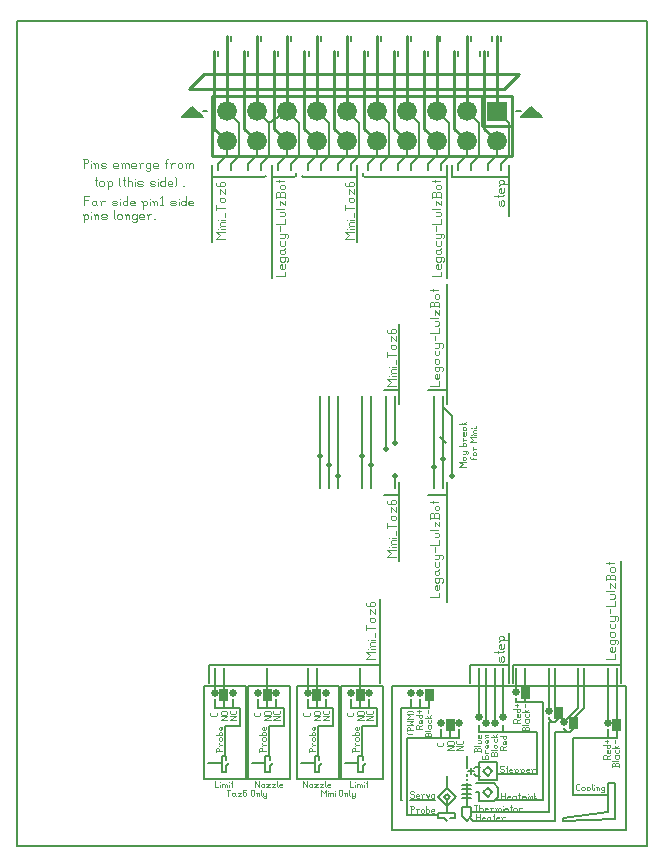
<source format=gbr>
G04 This is an RS-274x file exported by *
G04 gerbv version 2.7.0 *
G04 More information is available about gerbv at *
G04 http://gerbv.geda-project.org/ *
G04 --End of header info--*
%MOIN*%
%FSLAX36Y36*%
%IPPOS*%
G04 --Define apertures--*
%ADD10C,0.0001*%
%ADD11C,0.0100*%
%ADD12C,0.0060*%
%ADD13C,0.0030*%
%ADD14C,0.0022*%
%ADD15C,0.0027*%
%ADD16C,0.0038*%
%ADD17C,0.0021*%
%ADD18C,0.0026*%
%ADD19C,0.0022*%
%ADD20C,0.0021*%
%ADD21C,0.0200*%
%ADD22C,0.0600*%
%ADD23C,0.0380*%
%ADD24C,0.0260*%
%ADD25C,0.0660*%
G04 --Start main section--*
G54D10*
G36*
G01X1985000Y0435000D02*
G01X1985000Y0475000D01*
G01X2015000Y0475000D01*
G01X2015000Y0435000D01*
G01X1985000Y0435000D01*
G37*
G36*
G01X1840000Y0440000D02*
G01X1840000Y0480000D01*
G01X1870000Y0480000D01*
G01X1870000Y0440000D01*
G01X1840000Y0440000D01*
G37*
G36*
G01X1790000Y0475000D02*
G01X1790000Y0515000D01*
G01X1820000Y0515000D01*
G01X1820000Y0475000D01*
G01X1790000Y0475000D01*
G37*
G36*
G01X1680000Y0540000D02*
G01X1680000Y0580000D01*
G01X1710000Y0580000D01*
G01X1710000Y0540000D01*
G01X1680000Y0540000D01*
G37*
G36*
G01X1430000Y0435000D02*
G01X1430000Y0475000D01*
G01X1460000Y0475000D01*
G01X1460000Y0435000D01*
G01X1430000Y0435000D01*
G37*
G36*
G01X0550000Y2480000D02*
G01X0585000Y2515000D01*
G01X0620000Y2480000D01*
G01X0550000Y2480000D01*
G37*
G36*
G01X1680000Y2480000D02*
G01X1715000Y2515000D01*
G01X1750000Y2480000D01*
G01X1680000Y2480000D01*
G37*
G36*
G01X1360000Y0535000D02*
G01X1360000Y0575000D01*
G01X1390000Y0575000D01*
G01X1390000Y0535000D01*
G01X1360000Y0535000D01*
G37*
G36*
G01X0820000Y0535000D02*
G01X0820000Y0575000D01*
G01X0850000Y0575000D01*
G01X0850000Y0535000D01*
G01X0820000Y0535000D01*
G37*
G36*
G01X0675000Y0535000D02*
G01X0675000Y0575000D01*
G01X0705000Y0575000D01*
G01X0705000Y0535000D01*
G01X0675000Y0535000D01*
G37*
G36*
G01X0985000Y0535000D02*
G01X0985000Y0575000D01*
G01X1015000Y0575000D01*
G01X1015000Y0535000D01*
G01X0985000Y0535000D01*
G37*
G36*
G01X1130000Y0535000D02*
G01X1130000Y0575000D01*
G01X1160000Y0575000D01*
G01X1160000Y0535000D01*
G01X1130000Y0535000D01*
G37*
G54D11*
G01X0900000Y2400000D02*
G01X0857500Y2442500D01*
G01X0800000Y2400000D02*
G01X0757500Y2442500D01*
G01X0900000Y2500000D02*
G01X0900000Y2750000D01*
G01X0857500Y2442500D02*
G01X0857500Y2700000D01*
G01X0800000Y2500000D02*
G01X0800000Y2750000D01*
G01X0757500Y2442500D02*
G01X0757500Y2700000D01*
G01X0700000Y2500000D02*
G01X0700000Y2750000D01*
G54D12*
G01X0640000Y0655000D02*
G01X0640000Y0595000D01*
G54D11*
G01X0700000Y2400000D02*
G01X0657500Y2442500D01*
G54D12*
G01X0650000Y2280000D02*
G01X0825000Y2280000D01*
G01X0640000Y0655000D02*
G01X1210000Y0655000D01*
G54D11*
G01X0657500Y2442500D02*
G01X0657500Y2700000D01*
G01X0625000Y2625000D02*
G01X0575000Y2575000D01*
G54D12*
G01X0620000Y2480000D02*
G01X0585000Y2515000D01*
G01X0635000Y2500000D02*
G01X0620000Y2500000D01*
G01X0585000Y2515000D02*
G01X0550000Y2480000D01*
G01X0550000Y2480000D02*
G01X0620000Y2480000D01*
G01X1410000Y1415000D02*
G01X1430000Y1395000D01*
G01X1435000Y0865000D02*
G01X1435000Y1265000D01*
G01X1435000Y1925000D02*
G01X1435000Y1525000D01*
G01X1370000Y1570000D02*
G01X1435000Y1570000D01*
G01X1225000Y1570000D02*
G01X1275000Y1570000D01*
G01X1275000Y1000000D02*
G01X1275000Y1265000D01*
G01X1275000Y1790000D02*
G01X1275000Y1525000D01*
G01X1210000Y0595000D02*
G01X1210000Y0875000D01*
G01X1435000Y1220000D02*
G01X1370000Y1220000D01*
G01X1275000Y1220000D02*
G01X1225000Y1220000D01*
G01X1640000Y0655000D02*
G01X1510000Y0655000D01*
G01X1510000Y0655000D02*
G01X1510000Y0595000D01*
G01X1640000Y0595000D02*
G01X1640000Y0760000D01*
G01X2015000Y1000000D02*
G01X2015000Y0595000D01*
G01X2015000Y0655000D02*
G01X1655000Y0655000D01*
G01X1655000Y0655000D02*
G01X1655000Y0595000D01*
G54D11*
G01X1300000Y2400000D02*
G01X1257500Y2442500D01*
G01X1257500Y2442500D02*
G01X1257500Y2700000D01*
G01X1200000Y2500000D02*
G01X1200000Y2750000D01*
G01X1157500Y2442500D02*
G01X1157500Y2700000D01*
G01X1100000Y2500000D02*
G01X1100000Y2750000D01*
G01X1200000Y2400000D02*
G01X1157500Y2442500D01*
G01X1100000Y2400000D02*
G01X1057500Y2442500D01*
G01X1000000Y2400000D02*
G01X0957500Y2442500D01*
G54D12*
G01X1155000Y2295000D02*
G01X1155000Y2285000D01*
G01X1155000Y2285000D02*
G01X1160000Y2280000D01*
G01X1160000Y2280000D02*
G01X1435000Y2280000D01*
G01X1135000Y2280000D02*
G01X0955000Y2280000D01*
G54D11*
G01X1457500Y2442500D02*
G01X1457500Y2700000D01*
G01X1400000Y2500000D02*
G01X1400000Y2750000D01*
G01X1357500Y2442500D02*
G01X1357500Y2700000D01*
G01X1300000Y2500000D02*
G01X1300000Y2750000D01*
G54D12*
G01X1450000Y2320000D02*
G01X1450000Y2280000D01*
G54D11*
G01X1600000Y2500000D02*
G01X1600000Y2750000D01*
G01X1557500Y2442500D02*
G01X1557500Y2700000D01*
G01X1500000Y2500000D02*
G01X1500000Y2750000D01*
G01X1675000Y2625000D02*
G01X1625000Y2575000D01*
G54D12*
G01X1750000Y2480000D02*
G01X1715000Y2515000D01*
G01X1715000Y2515000D02*
G01X1680000Y2480000D01*
G01X1680000Y2500000D02*
G01X1665000Y2500000D01*
G54D11*
G01X1057500Y2442500D02*
G01X1057500Y2700000D01*
G01X1000000Y2500000D02*
G01X1000000Y2750000D01*
G01X0957500Y2442500D02*
G01X0957500Y2700000D01*
G01X0575000Y2575000D02*
G01X1625000Y2575000D01*
G01X1675000Y2625000D02*
G01X0625000Y2625000D01*
G01X1600000Y2400000D02*
G01X1557500Y2442500D01*
G01X1500000Y2400000D02*
G01X1457500Y2442500D01*
G01X1400000Y2400000D02*
G01X1357500Y2442500D01*
G54D12*
G01X1680000Y2480000D02*
G01X1750000Y2480000D01*
G01X1450000Y2280000D02*
G01X1640000Y2280000D01*
G01X1640000Y2280000D02*
G01X1640000Y2320000D01*
G01X1640000Y2320000D02*
G01X1640000Y2150000D01*
G01X1435000Y2320000D02*
G01X1435000Y1945000D01*
G01X0850000Y2280000D02*
G01X0925000Y2280000D01*
G01X0925000Y2280000D02*
G01X0930000Y2285000D01*
G01X0930000Y2285000D02*
G01X0930000Y2295000D01*
G01X0850000Y2320000D02*
G01X0850000Y1945000D01*
G01X0825000Y2280000D02*
G01X0830000Y2285000D01*
G01X0650000Y2320000D02*
G01X0650000Y2065000D01*
G01X0950000Y2285000D02*
G01X0955000Y2280000D01*
G01X1135000Y2320000D02*
G01X1135000Y2065000D01*
G54D13*
G01X1377700Y1585000D02*
G01X1408500Y1585000D01*
G01X1408500Y1600400D02*
G01X1408500Y1585000D01*
G01X1408500Y1625040D02*
G01X1408500Y1613490D01*
G01X1404650Y1609640D02*
G01X1408500Y1613490D01*
G01X1396950Y1609640D02*
G01X1404650Y1609640D01*
G01X1396950Y1609640D02*
G01X1393100Y1613490D01*
G01X1393100Y1621190D02*
G01X1393100Y1613490D01*
G01X1393100Y1621190D02*
G01X1396950Y1625040D01*
G01X1400800Y1625040D02*
G01X1400800Y1609640D01*
G01X1396950Y1625040D02*
G01X1400800Y1625040D01*
G01X1393100Y1645830D02*
G01X1396950Y1649680D01*
G01X1393100Y1645830D02*
G01X1393100Y1638130D01*
G01X1396950Y1634280D02*
G01X1393100Y1638130D01*
G01X1396950Y1634280D02*
G01X1404650Y1634280D01*
G01X1404650Y1634280D02*
G01X1408500Y1638130D01*
G01X1408500Y1645830D02*
G01X1408500Y1638130D01*
G01X1408500Y1645830D02*
G01X1404650Y1649680D01*
G01X1416200Y1634280D02*
G01X1420050Y1638130D01*
G01X1420050Y1645830D02*
G01X1420050Y1638130D01*
G01X1420050Y1645830D02*
G01X1416200Y1649680D01*
G01X1393100Y1649680D02*
G01X1416200Y1649680D01*
G01X1393100Y1670470D02*
G01X1396950Y1674320D01*
G01X1393100Y1670470D02*
G01X1393100Y1662770D01*
G01X1396950Y1658920D02*
G01X1393100Y1662770D01*
G01X1396950Y1658920D02*
G01X1404650Y1658920D01*
G01X1404650Y1658920D02*
G01X1408500Y1662770D01*
G01X1393100Y1674320D02*
G01X1404650Y1674320D01*
G01X1404650Y1674320D02*
G01X1408500Y1678170D01*
G01X1408500Y1670470D02*
G01X1408500Y1662770D01*
G01X1408500Y1670470D02*
G01X1404650Y1674320D01*
G01X1393100Y1702810D02*
G01X1393100Y1691260D01*
G01X1396950Y1687410D02*
G01X1393100Y1691260D01*
G01X1396950Y1687410D02*
G01X1404650Y1687410D01*
G01X1404650Y1687410D02*
G01X1408500Y1691260D01*
G01X1408500Y1702810D02*
G01X1408500Y1691260D01*
G01X1393100Y1712050D02*
G01X1404650Y1712050D01*
G01X1404650Y1712050D02*
G01X1408500Y1715900D01*
G01X1393100Y1727450D02*
G01X1416200Y1727450D01*
G01X1420050Y1723600D02*
G01X1416200Y1727450D01*
G01X1420050Y1723600D02*
G01X1420050Y1715900D01*
G01X1416200Y1712050D02*
G01X1420050Y1715900D01*
G01X1408500Y1723600D02*
G01X1408500Y1715900D01*
G01X1408500Y1723600D02*
G01X1404650Y1727450D01*
G01X1393100Y1752090D02*
G01X1393100Y1736690D01*
G01X1377700Y1761330D02*
G01X1408500Y1761330D01*
G01X1408500Y1776730D02*
G01X1408500Y1761330D01*
G01X1393100Y1785970D02*
G01X1404650Y1785970D01*
G01X1404650Y1785970D02*
G01X1408500Y1789820D01*
G01X1408500Y1797520D02*
G01X1408500Y1789820D01*
G01X1408500Y1797520D02*
G01X1404650Y1801370D01*
G01X1393100Y1801370D02*
G01X1404650Y1801370D01*
G01X1377700Y1810610D02*
G01X1404650Y1810610D01*
G01X1404650Y1810610D02*
G01X1408500Y1814460D01*
G01X1393100Y1837560D02*
G01X1393100Y1822160D01*
G01X1408500Y1822160D02*
G01X1393100Y1837560D01*
G01X1408500Y1837560D02*
G01X1408500Y1822160D01*
G01X1408500Y1862200D02*
G01X1408500Y1846800D01*
G01X1408500Y1862200D02*
G01X1404650Y1866050D01*
G01X1395410Y1866050D02*
G01X1404650Y1866050D01*
G01X1391560Y1862200D02*
G01X1395410Y1866050D01*
G01X1391560Y1862200D02*
G01X1391560Y1850650D01*
G01X1377700Y1850650D02*
G01X1408500Y1850650D01*
G01X1377700Y1862200D02*
G01X1377700Y1846800D01*
G01X1377700Y1862200D02*
G01X1381550Y1866050D01*
G01X1381550Y1866050D02*
G01X1387710Y1866050D01*
G01X1391560Y1862200D02*
G01X1387710Y1866050D01*
G01X1396950Y1875290D02*
G01X1404650Y1875290D01*
G01X1396950Y1875290D02*
G01X1393100Y1879140D01*
G01X1393100Y1886840D02*
G01X1393100Y1879140D01*
G01X1393100Y1886840D02*
G01X1396950Y1890690D01*
G01X1396950Y1890690D02*
G01X1404650Y1890690D01*
G01X1408500Y1886840D02*
G01X1404650Y1890690D01*
G01X1408500Y1886840D02*
G01X1408500Y1879140D01*
G01X1404650Y1875290D02*
G01X1408500Y1879140D01*
G01X1377700Y1903780D02*
G01X1404650Y1903780D01*
G01X1404650Y1903780D02*
G01X1408500Y1907630D01*
G01X1389250Y1907630D02*
G01X1389250Y1899930D01*
G01X1377700Y0880000D02*
G01X1408500Y0880000D01*
G01X1408500Y0895400D02*
G01X1408500Y0880000D01*
G01X1408500Y0920040D02*
G01X1408500Y0908490D01*
G01X1404650Y0904640D02*
G01X1408500Y0908490D01*
G01X1396950Y0904640D02*
G01X1404650Y0904640D01*
G01X1396950Y0904640D02*
G01X1393100Y0908490D01*
G01X1393100Y0916190D02*
G01X1393100Y0908490D01*
G01X1393100Y0916190D02*
G01X1396950Y0920040D01*
G01X1400800Y0920040D02*
G01X1400800Y0904640D01*
G01X1396950Y0920040D02*
G01X1400800Y0920040D01*
G01X1393100Y0940830D02*
G01X1396950Y0944680D01*
G01X1393100Y0940830D02*
G01X1393100Y0933130D01*
G01X1396950Y0929280D02*
G01X1393100Y0933130D01*
G01X1396950Y0929280D02*
G01X1404650Y0929280D01*
G01X1404650Y0929280D02*
G01X1408500Y0933130D01*
G01X1408500Y0940830D02*
G01X1408500Y0933130D01*
G01X1408500Y0940830D02*
G01X1404650Y0944680D01*
G01X1416200Y0929280D02*
G01X1420050Y0933130D01*
G01X1420050Y0940830D02*
G01X1420050Y0933130D01*
G01X1420050Y0940830D02*
G01X1416200Y0944680D01*
G01X1393100Y0944680D02*
G01X1416200Y0944680D01*
G01X1393100Y0965470D02*
G01X1396950Y0969320D01*
G01X1393100Y0965470D02*
G01X1393100Y0957770D01*
G01X1396950Y0953920D02*
G01X1393100Y0957770D01*
G01X1396950Y0953920D02*
G01X1404650Y0953920D01*
G01X1404650Y0953920D02*
G01X1408500Y0957770D01*
G01X1393100Y0969320D02*
G01X1404650Y0969320D01*
G01X1404650Y0969320D02*
G01X1408500Y0973170D01*
G01X1408500Y0965470D02*
G01X1408500Y0957770D01*
G01X1408500Y0965470D02*
G01X1404650Y0969320D01*
G01X1393100Y0997810D02*
G01X1393100Y0986260D01*
G01X1396950Y0982410D02*
G01X1393100Y0986260D01*
G01X1396950Y0982410D02*
G01X1404650Y0982410D01*
G01X1404650Y0982410D02*
G01X1408500Y0986260D01*
G01X1408500Y0997810D02*
G01X1408500Y0986260D01*
G01X1393100Y1007050D02*
G01X1404650Y1007050D01*
G01X1404650Y1007050D02*
G01X1408500Y1010900D01*
G01X1393100Y1022450D02*
G01X1416200Y1022450D01*
G01X1420050Y1018600D02*
G01X1416200Y1022450D01*
G01X1420050Y1018600D02*
G01X1420050Y1010900D01*
G01X1416200Y1007050D02*
G01X1420050Y1010900D01*
G01X1408500Y1018600D02*
G01X1408500Y1010900D01*
G01X1408500Y1018600D02*
G01X1404650Y1022450D01*
G01X1393100Y1047090D02*
G01X1393100Y1031690D01*
G01X1377700Y1056330D02*
G01X1408500Y1056330D01*
G01X1408500Y1071730D02*
G01X1408500Y1056330D01*
G01X1393100Y1080970D02*
G01X1404650Y1080970D01*
G01X1404650Y1080970D02*
G01X1408500Y1084820D01*
G01X1408500Y1092520D02*
G01X1408500Y1084820D01*
G01X1408500Y1092520D02*
G01X1404650Y1096370D01*
G01X1393100Y1096370D02*
G01X1404650Y1096370D01*
G01X1377700Y1105610D02*
G01X1404650Y1105610D01*
G01X1404650Y1105610D02*
G01X1408500Y1109460D01*
G01X1393100Y1132560D02*
G01X1393100Y1117160D01*
G01X1408500Y1117160D02*
G01X1393100Y1132560D01*
G01X1408500Y1132560D02*
G01X1408500Y1117160D01*
G01X1408500Y1157200D02*
G01X1408500Y1141800D01*
G01X1408500Y1157200D02*
G01X1404650Y1161050D01*
G01X1395410Y1161050D02*
G01X1404650Y1161050D01*
G01X1391560Y1157200D02*
G01X1395410Y1161050D01*
G01X1391560Y1157200D02*
G01X1391560Y1145650D01*
G01X1377700Y1145650D02*
G01X1408500Y1145650D01*
G01X1377700Y1157200D02*
G01X1377700Y1141800D01*
G01X1377700Y1157200D02*
G01X1381550Y1161050D01*
G01X1381550Y1161050D02*
G01X1387710Y1161050D01*
G01X1391560Y1157200D02*
G01X1387710Y1161050D01*
G01X1396950Y1170290D02*
G01X1404650Y1170290D01*
G01X1396950Y1170290D02*
G01X1393100Y1174140D01*
G01X1393100Y1181840D02*
G01X1393100Y1174140D01*
G01X1393100Y1181840D02*
G01X1396950Y1185690D01*
G01X1396950Y1185690D02*
G01X1404650Y1185690D01*
G01X1408500Y1181840D02*
G01X1404650Y1185690D01*
G01X1408500Y1181840D02*
G01X1408500Y1174140D01*
G01X1404650Y1170290D02*
G01X1408500Y1174140D01*
G01X1377700Y1198780D02*
G01X1404650Y1198780D01*
G01X1404650Y1198780D02*
G01X1408500Y1202630D01*
G01X1389250Y1202630D02*
G01X1389250Y1194930D01*
G54D14*
G01X1475400Y1315000D02*
G01X1497000Y1315000D01*
G01X1475400Y1315000D02*
G01X1486200Y1323100D01*
G01X1486200Y1323100D02*
G01X1475400Y1331200D01*
G01X1475400Y1331200D02*
G01X1497000Y1331200D01*
G01X1486200Y1345780D02*
G01X1488900Y1348480D01*
G01X1486200Y1345780D02*
G01X1486200Y1340380D01*
G01X1488900Y1337680D02*
G01X1486200Y1340380D01*
G01X1488900Y1337680D02*
G01X1494300Y1337680D01*
G01X1494300Y1337680D02*
G01X1497000Y1340380D01*
G01X1486200Y1348480D02*
G01X1494300Y1348480D01*
G01X1494300Y1348480D02*
G01X1497000Y1351180D01*
G01X1497000Y1345780D02*
G01X1497000Y1340380D01*
G01X1497000Y1345780D02*
G01X1494300Y1348480D01*
G01X1486200Y1357660D02*
G01X1494300Y1357660D01*
G01X1494300Y1357660D02*
G01X1497000Y1360360D01*
G01X1486200Y1368460D02*
G01X1502400Y1368460D01*
G01X1505100Y1365760D02*
G01X1502400Y1368460D01*
G01X1505100Y1365760D02*
G01X1505100Y1360360D01*
G01X1502400Y1357660D02*
G01X1505100Y1360360D01*
G01X1497000Y1365760D02*
G01X1497000Y1360360D01*
G01X1497000Y1365760D02*
G01X1494300Y1368460D01*
G01X1475400Y1384660D02*
G01X1497000Y1384660D01*
G01X1494300Y1384660D02*
G01X1497000Y1387360D01*
G01X1497000Y1392760D02*
G01X1497000Y1387360D01*
G01X1497000Y1392760D02*
G01X1494300Y1395460D01*
G01X1488900Y1395460D02*
G01X1494300Y1395460D01*
G01X1486200Y1392760D02*
G01X1488900Y1395460D01*
G01X1486200Y1392760D02*
G01X1486200Y1387360D01*
G01X1488900Y1384660D02*
G01X1486200Y1387360D01*
G01X1488900Y1404640D02*
G01X1497000Y1404640D01*
G01X1488900Y1404640D02*
G01X1486200Y1407340D01*
G01X1486200Y1412740D02*
G01X1486200Y1407340D01*
G01X1486200Y1401940D02*
G01X1488900Y1404640D01*
G01X1497000Y1430020D02*
G01X1497000Y1421920D01*
G01X1494300Y1419220D02*
G01X1497000Y1421920D01*
G01X1488900Y1419220D02*
G01X1494300Y1419220D01*
G01X1488900Y1419220D02*
G01X1486200Y1421920D01*
G01X1486200Y1427320D02*
G01X1486200Y1421920D01*
G01X1486200Y1427320D02*
G01X1488900Y1430020D01*
G01X1491600Y1430020D02*
G01X1491600Y1419220D01*
G01X1488900Y1430020D02*
G01X1491600Y1430020D01*
G01X1486200Y1444600D02*
G01X1488900Y1447300D01*
G01X1486200Y1444600D02*
G01X1486200Y1439200D01*
G01X1488900Y1436500D02*
G01X1486200Y1439200D01*
G01X1488900Y1436500D02*
G01X1494300Y1436500D01*
G01X1494300Y1436500D02*
G01X1497000Y1439200D01*
G01X1486200Y1447300D02*
G01X1494300Y1447300D01*
G01X1494300Y1447300D02*
G01X1497000Y1450000D01*
G01X1497000Y1444600D02*
G01X1497000Y1439200D01*
G01X1497000Y1444600D02*
G01X1494300Y1447300D01*
G01X1475400Y1456480D02*
G01X1497000Y1456480D01*
G01X1488900Y1456480D02*
G01X1497000Y1464580D01*
G01X1488900Y1456480D02*
G01X1483500Y1461880D01*
G01X1513100Y1342700D02*
G01X1532000Y1342700D01*
G01X1513100Y1342700D02*
G01X1510400Y1345400D01*
G01X1510400Y1348100D02*
G01X1510400Y1345400D01*
G01X1521200Y1345400D02*
G01X1521200Y1340000D01*
G01X1523900Y1353500D02*
G01X1529300Y1353500D01*
G01X1523900Y1353500D02*
G01X1521200Y1356200D01*
G01X1521200Y1361600D02*
G01X1521200Y1356200D01*
G01X1521200Y1361600D02*
G01X1523900Y1364300D01*
G01X1523900Y1364300D02*
G01X1529300Y1364300D01*
G01X1532000Y1361600D02*
G01X1529300Y1364300D01*
G01X1532000Y1361600D02*
G01X1532000Y1356200D01*
G01X1529300Y1353500D02*
G01X1532000Y1356200D01*
G01X1523900Y1373480D02*
G01X1532000Y1373480D01*
G01X1523900Y1373480D02*
G01X1521200Y1376180D01*
G01X1521200Y1381580D02*
G01X1521200Y1376180D01*
G01X1521200Y1370780D02*
G01X1523900Y1373480D01*
G01X1510400Y1397780D02*
G01X1532000Y1397780D01*
G01X1510400Y1397780D02*
G01X1521200Y1405880D01*
G01X1521200Y1405880D02*
G01X1510400Y1413980D01*
G01X1510400Y1413980D02*
G01X1532000Y1413980D01*
G54D15*
G01X1515800Y1420460D02*
G01X1516340Y1420460D01*
G54D14*
G01X1523900Y1420460D02*
G01X1532000Y1420460D01*
G01X1523900Y1428560D02*
G01X1532000Y1428560D01*
G01X1523900Y1428560D02*
G01X1521200Y1431260D01*
G01X1521200Y1433960D02*
G01X1521200Y1431260D01*
G01X1521200Y1433960D02*
G01X1523900Y1436660D01*
G01X1523900Y1436660D02*
G01X1532000Y1436660D01*
G01X1521200Y1425860D02*
G01X1523900Y1428560D01*
G54D15*
G01X1515800Y1443140D02*
G01X1516340Y1443140D01*
G54D14*
G01X1523900Y1443140D02*
G01X1532000Y1443140D01*
G01X1532000Y1451240D02*
G01X1532000Y1448540D01*
G54D13*
G01X1232700Y1015000D02*
G01X1263500Y1015000D01*
G01X1232700Y1015000D02*
G01X1248100Y1026550D01*
G01X1248100Y1026550D02*
G01X1232700Y1038100D01*
G01X1232700Y1038100D02*
G01X1263500Y1038100D01*
G54D16*
G01X1240400Y1047340D02*
G01X1241170Y1047340D01*
G54D13*
G01X1251950Y1047340D02*
G01X1263500Y1047340D01*
G01X1251950Y1058890D02*
G01X1263500Y1058890D01*
G01X1251950Y1058890D02*
G01X1248100Y1062740D01*
G01X1248100Y1066590D02*
G01X1248100Y1062740D01*
G01X1248100Y1066590D02*
G01X1251950Y1070440D01*
G01X1251950Y1070440D02*
G01X1263500Y1070440D01*
G01X1248100Y1055040D02*
G01X1251950Y1058890D01*
G54D16*
G01X1240400Y1079680D02*
G01X1241170Y1079680D01*
G54D13*
G01X1251950Y1079680D02*
G01X1263500Y1079680D01*
G01X1263500Y1102780D02*
G01X1263500Y1087380D01*
G01X1232700Y1127420D02*
G01X1232700Y1112020D01*
G01X1232700Y1119720D02*
G01X1263500Y1119720D01*
G01X1248100Y1148210D02*
G01X1251950Y1152060D01*
G01X1248100Y1148210D02*
G01X1248100Y1140510D01*
G01X1251950Y1136660D02*
G01X1248100Y1140510D01*
G01X1251950Y1136660D02*
G01X1259650Y1136660D01*
G01X1259650Y1136660D02*
G01X1263500Y1140510D01*
G01X1248100Y1152060D02*
G01X1259650Y1152060D01*
G01X1259650Y1152060D02*
G01X1263500Y1155910D01*
G01X1263500Y1148210D02*
G01X1263500Y1140510D01*
G01X1263500Y1148210D02*
G01X1259650Y1152060D01*
G01X1248100Y1180550D02*
G01X1248100Y1165150D01*
G01X1263500Y1165150D02*
G01X1248100Y1180550D01*
G01X1263500Y1180550D02*
G01X1263500Y1165150D01*
G01X1232700Y1201340D02*
G01X1236550Y1205190D01*
G01X1232700Y1201340D02*
G01X1232700Y1193640D01*
G01X1236550Y1189790D02*
G01X1232700Y1193640D01*
G01X1236550Y1189790D02*
G01X1259650Y1189790D01*
G01X1259650Y1189790D02*
G01X1263500Y1193640D01*
G01X1246560Y1201340D02*
G01X1250410Y1205190D01*
G01X1246560Y1201340D02*
G01X1246560Y1189790D01*
G01X1263500Y1201340D02*
G01X1263500Y1193640D01*
G01X1263500Y1201340D02*
G01X1259650Y1205190D01*
G01X1250410Y1205190D02*
G01X1259650Y1205190D01*
G54D17*
G01X1015000Y0239700D02*
G01X1015000Y0218500D01*
G01X1015000Y0239700D02*
G01X1022950Y0229100D01*
G01X1022950Y0229100D02*
G01X1030900Y0239700D01*
G01X1030900Y0239700D02*
G01X1030900Y0218500D01*
G54D18*
G01X1037260Y0234400D02*
G01X1037260Y0233870D01*
G54D17*
G01X1037260Y0226450D02*
G01X1037260Y0218500D01*
G01X1045210Y0226450D02*
G01X1045210Y0218500D01*
G01X1045210Y0226450D02*
G01X1047860Y0229100D01*
G01X1047860Y0229100D02*
G01X1050510Y0229100D01*
G01X1050510Y0229100D02*
G01X1053160Y0226450D01*
G01X1053160Y0226450D02*
G01X1053160Y0218500D01*
G01X1042560Y0229100D02*
G01X1045210Y0226450D01*
G54D18*
G01X1059520Y0234400D02*
G01X1059520Y0233870D01*
G54D17*
G01X1059520Y0226450D02*
G01X1059520Y0218500D01*
G01X1074360Y0237050D02*
G01X1074360Y0221150D01*
G01X1074360Y0237050D02*
G01X1077010Y0239700D01*
G01X1077010Y0239700D02*
G01X1082310Y0239700D01*
G01X1082310Y0239700D02*
G01X1084960Y0237050D01*
G01X1084960Y0237050D02*
G01X1084960Y0221150D01*
G01X1082310Y0218500D02*
G01X1084960Y0221150D01*
G01X1077010Y0218500D02*
G01X1082310Y0218500D01*
G01X1074360Y0221150D02*
G01X1077010Y0218500D01*
G01X1093970Y0226450D02*
G01X1093970Y0218500D01*
G01X1093970Y0226450D02*
G01X1096620Y0229100D01*
G01X1096620Y0229100D02*
G01X1099270Y0229100D01*
G01X1099270Y0229100D02*
G01X1101920Y0226450D01*
G01X1101920Y0226450D02*
G01X1101920Y0218500D01*
G01X1091320Y0229100D02*
G01X1093970Y0226450D01*
G01X1108280Y0239700D02*
G01X1108280Y0221150D01*
G01X1108280Y0221150D02*
G01X1110930Y0218500D01*
G01X1116230Y0229100D02*
G01X1116230Y0221150D01*
G01X1116230Y0221150D02*
G01X1118880Y0218500D01*
G01X1126830Y0229100D02*
G01X1126830Y0213200D01*
G01X1124180Y0210550D02*
G01X1126830Y0213200D01*
G01X1118880Y0210550D02*
G01X1124180Y0210550D01*
G01X1116230Y0213200D02*
G01X1118880Y0210550D01*
G01X1118880Y0218500D02*
G01X1124180Y0218500D01*
G01X1124180Y0218500D02*
G01X1126830Y0221150D01*
G54D14*
G01X1110000Y0269600D02*
G01X1110000Y0248000D01*
G01X1110000Y0248000D02*
G01X1120800Y0248000D01*
G54D15*
G01X1127280Y0264200D02*
G01X1127280Y0263660D01*
G54D14*
G01X1127280Y0256100D02*
G01X1127280Y0248000D01*
G01X1135380Y0256100D02*
G01X1135380Y0248000D01*
G01X1135380Y0256100D02*
G01X1138080Y0258800D01*
G01X1138080Y0258800D02*
G01X1140780Y0258800D01*
G01X1140780Y0258800D02*
G01X1143480Y0256100D01*
G01X1143480Y0256100D02*
G01X1143480Y0248000D01*
G01X1143480Y0256100D02*
G01X1146180Y0258800D01*
G01X1146180Y0258800D02*
G01X1148880Y0258800D01*
G01X1148880Y0258800D02*
G01X1151580Y0256100D01*
G01X1151580Y0256100D02*
G01X1151580Y0248000D01*
G01X1132680Y0258800D02*
G01X1135380Y0256100D01*
G54D15*
G01X1158060Y0264200D02*
G01X1158060Y0263660D01*
G54D14*
G01X1158060Y0256100D02*
G01X1158060Y0248000D01*
G01X1166160Y0269600D02*
G01X1166160Y0250700D01*
G01X1166160Y0250700D02*
G01X1168860Y0248000D01*
G01X1163460Y0261500D02*
G01X1168860Y0261500D01*
G01X0955000Y0269600D02*
G01X0955000Y0248000D01*
G01X0955000Y0269600D02*
G01X0968500Y0248000D01*
G01X0968500Y0269600D02*
G01X0968500Y0248000D01*
G01X0974980Y0256100D02*
G01X0974980Y0250700D01*
G01X0974980Y0256100D02*
G01X0977680Y0258800D01*
G01X0977680Y0258800D02*
G01X0983080Y0258800D01*
G01X0983080Y0258800D02*
G01X0985780Y0256100D01*
G01X0985780Y0256100D02*
G01X0985780Y0250700D01*
G01X0983080Y0248000D02*
G01X0985780Y0250700D01*
G01X0977680Y0248000D02*
G01X0983080Y0248000D01*
G01X0974980Y0250700D02*
G01X0977680Y0248000D01*
G01X0992260Y0258800D02*
G01X1003060Y0258800D01*
G01X0992260Y0248000D02*
G01X1003060Y0258800D01*
G01X0992260Y0248000D02*
G01X1003060Y0248000D01*
G01X1009540Y0258800D02*
G01X1020340Y0258800D01*
G01X1009540Y0248000D02*
G01X1020340Y0258800D01*
G01X1009540Y0248000D02*
G01X1020340Y0248000D01*
G01X1026820Y0269600D02*
G01X1026820Y0250700D01*
G01X1026820Y0250700D02*
G01X1029520Y0248000D01*
G01X1037620Y0248000D02*
G01X1045720Y0248000D01*
G01X1034920Y0250700D02*
G01X1037620Y0248000D01*
G01X1034920Y0256100D02*
G01X1034920Y0250700D01*
G01X1034920Y0256100D02*
G01X1037620Y0258800D01*
G01X1037620Y0258800D02*
G01X1043020Y0258800D01*
G01X1043020Y0258800D02*
G01X1045720Y0256100D01*
G01X1034920Y0253400D02*
G01X1045720Y0253400D01*
G01X1045720Y0256100D02*
G01X1045720Y0253400D01*
G54D17*
G01X0700000Y0239700D02*
G01X0710600Y0239700D01*
G01X0705300Y0239700D02*
G01X0705300Y0218500D01*
G01X0724910Y0229100D02*
G01X0727560Y0226450D01*
G01X0719610Y0229100D02*
G01X0724910Y0229100D01*
G01X0716960Y0226450D02*
G01X0719610Y0229100D01*
G01X0716960Y0226450D02*
G01X0716960Y0221150D01*
G01X0716960Y0221150D02*
G01X0719610Y0218500D01*
G01X0727560Y0229100D02*
G01X0727560Y0221150D01*
G01X0727560Y0221150D02*
G01X0730210Y0218500D01*
G01X0719610Y0218500D02*
G01X0724910Y0218500D01*
G01X0724910Y0218500D02*
G01X0727560Y0221150D01*
G01X0736570Y0229100D02*
G01X0747170Y0229100D01*
G01X0736570Y0218500D02*
G01X0747170Y0229100D01*
G01X0736570Y0218500D02*
G01X0747170Y0218500D01*
G01X0761480Y0239700D02*
G01X0764130Y0237050D01*
G01X0756180Y0239700D02*
G01X0761480Y0239700D01*
G01X0753530Y0237050D02*
G01X0756180Y0239700D01*
G01X0753530Y0237050D02*
G01X0753530Y0221150D01*
G01X0753530Y0221150D02*
G01X0756180Y0218500D01*
G01X0761480Y0230160D02*
G01X0764130Y0227510D01*
G01X0753530Y0230160D02*
G01X0761480Y0230160D01*
G01X0756180Y0218500D02*
G01X0761480Y0218500D01*
G01X0761480Y0218500D02*
G01X0764130Y0221150D01*
G01X0764130Y0227510D02*
G01X0764130Y0221150D01*
G01X0780030Y0237050D02*
G01X0780030Y0221150D01*
G01X0780030Y0237050D02*
G01X0782680Y0239700D01*
G01X0782680Y0239700D02*
G01X0787980Y0239700D01*
G01X0787980Y0239700D02*
G01X0790630Y0237050D01*
G01X0790630Y0237050D02*
G01X0790630Y0221150D01*
G01X0787980Y0218500D02*
G01X0790630Y0221150D01*
G01X0782680Y0218500D02*
G01X0787980Y0218500D01*
G01X0780030Y0221150D02*
G01X0782680Y0218500D01*
G01X0799640Y0226450D02*
G01X0799640Y0218500D01*
G01X0799640Y0226450D02*
G01X0802290Y0229100D01*
G01X0802290Y0229100D02*
G01X0804940Y0229100D01*
G01X0804940Y0229100D02*
G01X0807590Y0226450D01*
G01X0807590Y0226450D02*
G01X0807590Y0218500D01*
G01X0796990Y0229100D02*
G01X0799640Y0226450D01*
G01X0813950Y0239700D02*
G01X0813950Y0221150D01*
G01X0813950Y0221150D02*
G01X0816600Y0218500D01*
G01X0821900Y0229100D02*
G01X0821900Y0221150D01*
G01X0821900Y0221150D02*
G01X0824550Y0218500D01*
G01X0832500Y0229100D02*
G01X0832500Y0213200D01*
G01X0829850Y0210550D02*
G01X0832500Y0213200D01*
G01X0824550Y0210550D02*
G01X0829850Y0210550D01*
G01X0821900Y0213200D02*
G01X0824550Y0210550D01*
G01X0824550Y0218500D02*
G01X0829850Y0218500D01*
G01X0829850Y0218500D02*
G01X0832500Y0221150D01*
G54D14*
G01X0660000Y0269600D02*
G01X0660000Y0248000D01*
G01X0660000Y0248000D02*
G01X0670800Y0248000D01*
G54D15*
G01X0677280Y0264200D02*
G01X0677280Y0263660D01*
G54D14*
G01X0677280Y0256100D02*
G01X0677280Y0248000D01*
G01X0685380Y0256100D02*
G01X0685380Y0248000D01*
G01X0685380Y0256100D02*
G01X0688080Y0258800D01*
G01X0688080Y0258800D02*
G01X0690780Y0258800D01*
G01X0690780Y0258800D02*
G01X0693480Y0256100D01*
G01X0693480Y0256100D02*
G01X0693480Y0248000D01*
G01X0693480Y0256100D02*
G01X0696180Y0258800D01*
G01X0696180Y0258800D02*
G01X0698880Y0258800D01*
G01X0698880Y0258800D02*
G01X0701580Y0256100D01*
G01X0701580Y0256100D02*
G01X0701580Y0248000D01*
G01X0682680Y0258800D02*
G01X0685380Y0256100D01*
G54D15*
G01X0708060Y0264200D02*
G01X0708060Y0263660D01*
G54D14*
G01X0708060Y0256100D02*
G01X0708060Y0248000D01*
G01X0716160Y0269600D02*
G01X0716160Y0250700D01*
G01X0716160Y0250700D02*
G01X0718860Y0248000D01*
G01X0713460Y0261500D02*
G01X0718860Y0261500D01*
G01X0795000Y0269600D02*
G01X0795000Y0248000D01*
G01X0795000Y0269600D02*
G01X0808500Y0248000D01*
G01X0808500Y0269600D02*
G01X0808500Y0248000D01*
G01X0814980Y0256100D02*
G01X0814980Y0250700D01*
G01X0814980Y0256100D02*
G01X0817680Y0258800D01*
G01X0817680Y0258800D02*
G01X0823080Y0258800D01*
G01X0823080Y0258800D02*
G01X0825780Y0256100D01*
G01X0825780Y0256100D02*
G01X0825780Y0250700D01*
G01X0823080Y0248000D02*
G01X0825780Y0250700D01*
G01X0817680Y0248000D02*
G01X0823080Y0248000D01*
G01X0814980Y0250700D02*
G01X0817680Y0248000D01*
G01X0832260Y0258800D02*
G01X0843060Y0258800D01*
G01X0832260Y0248000D02*
G01X0843060Y0258800D01*
G01X0832260Y0248000D02*
G01X0843060Y0248000D01*
G01X0849540Y0258800D02*
G01X0860340Y0258800D01*
G01X0849540Y0248000D02*
G01X0860340Y0258800D01*
G01X0849540Y0248000D02*
G01X0860340Y0248000D01*
G01X0866820Y0269600D02*
G01X0866820Y0250700D01*
G01X0866820Y0250700D02*
G01X0869520Y0248000D01*
G01X0877620Y0248000D02*
G01X0885720Y0248000D01*
G01X0874920Y0250700D02*
G01X0877620Y0248000D01*
G01X0874920Y0256100D02*
G01X0874920Y0250700D01*
G01X0874920Y0256100D02*
G01X0877620Y0258800D01*
G01X0877620Y0258800D02*
G01X0883020Y0258800D01*
G01X0883020Y0258800D02*
G01X0885720Y0256100D01*
G01X0874920Y0253400D02*
G01X0885720Y0253400D01*
G01X0885720Y0256100D02*
G01X0885720Y0253400D01*
G54D13*
G01X1162700Y0675000D02*
G01X1193500Y0675000D01*
G01X1162700Y0675000D02*
G01X1178100Y0686550D01*
G01X1178100Y0686550D02*
G01X1162700Y0698100D01*
G01X1162700Y0698100D02*
G01X1193500Y0698100D01*
G54D16*
G01X1170400Y0707340D02*
G01X1171170Y0707340D01*
G54D13*
G01X1181950Y0707340D02*
G01X1193500Y0707340D01*
G01X1181950Y0718890D02*
G01X1193500Y0718890D01*
G01X1181950Y0718890D02*
G01X1178100Y0722740D01*
G01X1178100Y0726590D02*
G01X1178100Y0722740D01*
G01X1178100Y0726590D02*
G01X1181950Y0730440D01*
G01X1181950Y0730440D02*
G01X1193500Y0730440D01*
G01X1178100Y0715040D02*
G01X1181950Y0718890D01*
G54D16*
G01X1170400Y0739680D02*
G01X1171170Y0739680D01*
G54D13*
G01X1181950Y0739680D02*
G01X1193500Y0739680D01*
G01X1193500Y0762780D02*
G01X1193500Y0747380D01*
G01X1162700Y0787420D02*
G01X1162700Y0772020D01*
G01X1162700Y0779720D02*
G01X1193500Y0779720D01*
G01X1178100Y0808210D02*
G01X1181950Y0812060D01*
G01X1178100Y0808210D02*
G01X1178100Y0800510D01*
G01X1181950Y0796660D02*
G01X1178100Y0800510D01*
G01X1181950Y0796660D02*
G01X1189650Y0796660D01*
G01X1189650Y0796660D02*
G01X1193500Y0800510D01*
G01X1178100Y0812060D02*
G01X1189650Y0812060D01*
G01X1189650Y0812060D02*
G01X1193500Y0815910D01*
G01X1193500Y0808210D02*
G01X1193500Y0800510D01*
G01X1193500Y0808210D02*
G01X1189650Y0812060D01*
G01X1178100Y0840550D02*
G01X1178100Y0825150D01*
G01X1193500Y0825150D02*
G01X1178100Y0840550D01*
G01X1193500Y0840550D02*
G01X1193500Y0825150D01*
G01X1162700Y0861340D02*
G01X1166550Y0865190D01*
G01X1162700Y0861340D02*
G01X1162700Y0853640D01*
G01X1166550Y0849790D02*
G01X1162700Y0853640D01*
G01X1166550Y0849790D02*
G01X1189650Y0849790D01*
G01X1189650Y0849790D02*
G01X1193500Y0853640D01*
G01X1176560Y0861340D02*
G01X1180410Y0865190D01*
G01X1176560Y0861340D02*
G01X1176560Y0849790D01*
G01X1193500Y0861340D02*
G01X1193500Y0853640D01*
G01X1193500Y0861340D02*
G01X1189650Y0865190D01*
G01X1180410Y0865190D02*
G01X1189650Y0865190D01*
G01X1623000Y0680200D02*
G01X1623000Y0668800D01*
G01X1623000Y0680200D02*
G01X1619200Y0684000D01*
G01X1615400Y0680200D02*
G01X1619200Y0684000D01*
G01X1615400Y0680200D02*
G01X1615400Y0668800D01*
G01X1611600Y0665000D02*
G01X1615400Y0668800D01*
G01X1611600Y0665000D02*
G01X1607800Y0668800D01*
G01X1607800Y0680200D02*
G01X1607800Y0668800D01*
G01X1607800Y0680200D02*
G01X1611600Y0684000D01*
G01X1619200Y0665000D02*
G01X1623000Y0668800D01*
G01X1592600Y0696920D02*
G01X1619200Y0696920D01*
G01X1619200Y0696920D02*
G01X1623000Y0700720D01*
G01X1604000Y0700720D02*
G01X1604000Y0693120D01*
G01X1623000Y0723520D02*
G01X1623000Y0712120D01*
G01X1619200Y0708320D02*
G01X1623000Y0712120D01*
G01X1611600Y0708320D02*
G01X1619200Y0708320D01*
G01X1611600Y0708320D02*
G01X1607800Y0712120D01*
G01X1607800Y0719720D02*
G01X1607800Y0712120D01*
G01X1607800Y0719720D02*
G01X1611600Y0723520D01*
G01X1615400Y0723520D02*
G01X1615400Y0708320D01*
G01X1611600Y0723520D02*
G01X1615400Y0723520D01*
G01X1611600Y0736440D02*
G01X1634400Y0736440D01*
G01X1607800Y0732640D02*
G01X1611600Y0736440D01*
G01X1611600Y0736440D02*
G01X1607800Y0740240D01*
G01X1607800Y0747840D02*
G01X1607800Y0740240D01*
G01X1607800Y0747840D02*
G01X1611600Y0751640D01*
G01X1611600Y0751640D02*
G01X1619200Y0751640D01*
G01X1623000Y0747840D02*
G01X1619200Y0751640D01*
G01X1623000Y0747840D02*
G01X1623000Y0740240D01*
G01X1619200Y0736440D02*
G01X1623000Y0740240D01*
G01X1962700Y0675000D02*
G01X1993500Y0675000D01*
G01X1993500Y0690400D02*
G01X1993500Y0675000D01*
G01X1993500Y0715040D02*
G01X1993500Y0703490D01*
G01X1989650Y0699640D02*
G01X1993500Y0703490D01*
G01X1981950Y0699640D02*
G01X1989650Y0699640D01*
G01X1981950Y0699640D02*
G01X1978100Y0703490D01*
G01X1978100Y0711190D02*
G01X1978100Y0703490D01*
G01X1978100Y0711190D02*
G01X1981950Y0715040D01*
G01X1985800Y0715040D02*
G01X1985800Y0699640D01*
G01X1981950Y0715040D02*
G01X1985800Y0715040D01*
G01X1978100Y0735830D02*
G01X1981950Y0739680D01*
G01X1978100Y0735830D02*
G01X1978100Y0728130D01*
G01X1981950Y0724280D02*
G01X1978100Y0728130D01*
G01X1981950Y0724280D02*
G01X1989650Y0724280D01*
G01X1989650Y0724280D02*
G01X1993500Y0728130D01*
G01X1993500Y0735830D02*
G01X1993500Y0728130D01*
G01X1993500Y0735830D02*
G01X1989650Y0739680D01*
G01X2001200Y0724280D02*
G01X2005050Y0728130D01*
G01X2005050Y0735830D02*
G01X2005050Y0728130D01*
G01X2005050Y0735830D02*
G01X2001200Y0739680D01*
G01X1978100Y0739680D02*
G01X2001200Y0739680D01*
G01X1978100Y0760470D02*
G01X1981950Y0764320D01*
G01X1978100Y0760470D02*
G01X1978100Y0752770D01*
G01X1981950Y0748920D02*
G01X1978100Y0752770D01*
G01X1981950Y0748920D02*
G01X1989650Y0748920D01*
G01X1989650Y0748920D02*
G01X1993500Y0752770D01*
G01X1978100Y0764320D02*
G01X1989650Y0764320D01*
G01X1989650Y0764320D02*
G01X1993500Y0768170D01*
G01X1993500Y0760470D02*
G01X1993500Y0752770D01*
G01X1993500Y0760470D02*
G01X1989650Y0764320D01*
G01X1978100Y0792810D02*
G01X1978100Y0781260D01*
G01X1981950Y0777410D02*
G01X1978100Y0781260D01*
G01X1981950Y0777410D02*
G01X1989650Y0777410D01*
G01X1989650Y0777410D02*
G01X1993500Y0781260D01*
G01X1993500Y0792810D02*
G01X1993500Y0781260D01*
G01X1978100Y0802050D02*
G01X1989650Y0802050D01*
G01X1989650Y0802050D02*
G01X1993500Y0805900D01*
G01X1978100Y0817450D02*
G01X2001200Y0817450D01*
G01X2005050Y0813600D02*
G01X2001200Y0817450D01*
G01X2005050Y0813600D02*
G01X2005050Y0805900D01*
G01X2001200Y0802050D02*
G01X2005050Y0805900D01*
G01X1993500Y0813600D02*
G01X1993500Y0805900D01*
G01X1993500Y0813600D02*
G01X1989650Y0817450D01*
G01X1978100Y0842090D02*
G01X1978100Y0826690D01*
G01X1962700Y0851330D02*
G01X1993500Y0851330D01*
G01X1993500Y0866730D02*
G01X1993500Y0851330D01*
G01X1978100Y0875970D02*
G01X1989650Y0875970D01*
G01X1989650Y0875970D02*
G01X1993500Y0879820D01*
G01X1993500Y0887520D02*
G01X1993500Y0879820D01*
G01X1993500Y0887520D02*
G01X1989650Y0891370D01*
G01X1978100Y0891370D02*
G01X1989650Y0891370D01*
G01X1962700Y0900610D02*
G01X1989650Y0900610D01*
G01X1989650Y0900610D02*
G01X1993500Y0904460D01*
G01X1978100Y0927560D02*
G01X1978100Y0912160D01*
G01X1993500Y0912160D02*
G01X1978100Y0927560D01*
G01X1993500Y0927560D02*
G01X1993500Y0912160D01*
G01X1993500Y0952200D02*
G01X1993500Y0936800D01*
G01X1993500Y0952200D02*
G01X1989650Y0956050D01*
G01X1980410Y0956050D02*
G01X1989650Y0956050D01*
G01X1976560Y0952200D02*
G01X1980410Y0956050D01*
G01X1976560Y0952200D02*
G01X1976560Y0940650D01*
G01X1962700Y0940650D02*
G01X1993500Y0940650D01*
G01X1962700Y0952200D02*
G01X1962700Y0936800D01*
G01X1962700Y0952200D02*
G01X1966550Y0956050D01*
G01X1966550Y0956050D02*
G01X1972710Y0956050D01*
G01X1976560Y0952200D02*
G01X1972710Y0956050D01*
G01X1981950Y0965290D02*
G01X1989650Y0965290D01*
G01X1981950Y0965290D02*
G01X1978100Y0969140D01*
G01X1978100Y0976840D02*
G01X1978100Y0969140D01*
G01X1978100Y0976840D02*
G01X1981950Y0980690D01*
G01X1981950Y0980690D02*
G01X1989650Y0980690D01*
G01X1993500Y0976840D02*
G01X1989650Y0980690D01*
G01X1993500Y0976840D02*
G01X1993500Y0969140D01*
G01X1989650Y0965290D02*
G01X1993500Y0969140D01*
G01X1962700Y0993780D02*
G01X1989650Y0993780D01*
G01X1989650Y0993780D02*
G01X1993500Y0997630D01*
G01X1974250Y0997630D02*
G01X1974250Y0989930D01*
G01X0862700Y1950000D02*
G01X0893500Y1950000D01*
G01X0893500Y1965400D02*
G01X0893500Y1950000D01*
G01X0893500Y1990040D02*
G01X0893500Y1978490D01*
G01X0889650Y1974640D02*
G01X0893500Y1978490D01*
G01X0881950Y1974640D02*
G01X0889650Y1974640D01*
G01X0881950Y1974640D02*
G01X0878100Y1978490D01*
G01X0878100Y1986190D02*
G01X0878100Y1978490D01*
G01X0878100Y1986190D02*
G01X0881950Y1990040D01*
G01X0885800Y1990040D02*
G01X0885800Y1974640D01*
G01X0881950Y1990040D02*
G01X0885800Y1990040D01*
G01X0878100Y2010830D02*
G01X0881950Y2014680D01*
G01X0878100Y2010830D02*
G01X0878100Y2003130D01*
G01X0881950Y1999280D02*
G01X0878100Y2003130D01*
G01X0881950Y1999280D02*
G01X0889650Y1999280D01*
G01X0889650Y1999280D02*
G01X0893500Y2003130D01*
G01X0893500Y2010830D02*
G01X0893500Y2003130D01*
G01X0893500Y2010830D02*
G01X0889650Y2014680D01*
G01X0901200Y1999280D02*
G01X0905050Y2003130D01*
G01X0905050Y2010830D02*
G01X0905050Y2003130D01*
G01X0905050Y2010830D02*
G01X0901200Y2014680D01*
G01X0878100Y2014680D02*
G01X0901200Y2014680D01*
G01X0878100Y2035470D02*
G01X0881950Y2039320D01*
G01X0878100Y2035470D02*
G01X0878100Y2027770D01*
G01X0881950Y2023920D02*
G01X0878100Y2027770D01*
G01X0881950Y2023920D02*
G01X0889650Y2023920D01*
G01X0889650Y2023920D02*
G01X0893500Y2027770D01*
G01X0878100Y2039320D02*
G01X0889650Y2039320D01*
G01X0889650Y2039320D02*
G01X0893500Y2043170D01*
G01X0893500Y2035470D02*
G01X0893500Y2027770D01*
G01X0893500Y2035470D02*
G01X0889650Y2039320D01*
G01X0878100Y2067810D02*
G01X0878100Y2056260D01*
G01X0881950Y2052410D02*
G01X0878100Y2056260D01*
G01X0881950Y2052410D02*
G01X0889650Y2052410D01*
G01X0889650Y2052410D02*
G01X0893500Y2056260D01*
G01X0893500Y2067810D02*
G01X0893500Y2056260D01*
G01X0878100Y2077050D02*
G01X0889650Y2077050D01*
G01X0889650Y2077050D02*
G01X0893500Y2080900D01*
G01X0878100Y2092450D02*
G01X0901200Y2092450D01*
G01X0905050Y2088600D02*
G01X0901200Y2092450D01*
G01X0905050Y2088600D02*
G01X0905050Y2080900D01*
G01X0901200Y2077050D02*
G01X0905050Y2080900D01*
G01X0893500Y2088600D02*
G01X0893500Y2080900D01*
G01X0893500Y2088600D02*
G01X0889650Y2092450D01*
G01X0878100Y2117090D02*
G01X0878100Y2101690D01*
G01X0862700Y2126330D02*
G01X0893500Y2126330D01*
G01X0893500Y2141730D02*
G01X0893500Y2126330D01*
G01X0878100Y2150970D02*
G01X0889650Y2150970D01*
G01X0889650Y2150970D02*
G01X0893500Y2154820D01*
G01X0893500Y2162520D02*
G01X0893500Y2154820D01*
G01X0893500Y2162520D02*
G01X0889650Y2166370D01*
G01X0878100Y2166370D02*
G01X0889650Y2166370D01*
G01X0862700Y2175610D02*
G01X0889650Y2175610D01*
G01X0889650Y2175610D02*
G01X0893500Y2179460D01*
G01X0878100Y2202560D02*
G01X0878100Y2187160D01*
G01X0893500Y2187160D02*
G01X0878100Y2202560D01*
G01X0893500Y2202560D02*
G01X0893500Y2187160D01*
G01X0893500Y2227200D02*
G01X0893500Y2211800D01*
G01X0893500Y2227200D02*
G01X0889650Y2231050D01*
G01X0880410Y2231050D02*
G01X0889650Y2231050D01*
G01X0876560Y2227200D02*
G01X0880410Y2231050D01*
G01X0876560Y2227200D02*
G01X0876560Y2215650D01*
G01X0862700Y2215650D02*
G01X0893500Y2215650D01*
G01X0862700Y2227200D02*
G01X0862700Y2211800D01*
G01X0862700Y2227200D02*
G01X0866550Y2231050D01*
G01X0866550Y2231050D02*
G01X0872710Y2231050D01*
G01X0876560Y2227200D02*
G01X0872710Y2231050D01*
G01X0881950Y2240290D02*
G01X0889650Y2240290D01*
G01X0881950Y2240290D02*
G01X0878100Y2244140D01*
G01X0878100Y2251840D02*
G01X0878100Y2244140D01*
G01X0878100Y2251840D02*
G01X0881950Y2255690D01*
G01X0881950Y2255690D02*
G01X0889650Y2255690D01*
G01X0893500Y2251840D02*
G01X0889650Y2255690D01*
G01X0893500Y2251840D02*
G01X0893500Y2244140D01*
G01X0889650Y2240290D02*
G01X0893500Y2244140D01*
G01X0862700Y2268780D02*
G01X0889650Y2268780D01*
G01X0889650Y2268780D02*
G01X0893500Y2272630D01*
G01X0874250Y2272630D02*
G01X0874250Y2264930D01*
G01X0662700Y2075000D02*
G01X0693500Y2075000D01*
G01X0662700Y2075000D02*
G01X0678100Y2086550D01*
G01X0678100Y2086550D02*
G01X0662700Y2098100D01*
G01X0662700Y2098100D02*
G01X0693500Y2098100D01*
G54D16*
G01X0670400Y2107340D02*
G01X0671170Y2107340D01*
G54D13*
G01X0681950Y2107340D02*
G01X0693500Y2107340D01*
G01X0681950Y2118890D02*
G01X0693500Y2118890D01*
G01X0681950Y2118890D02*
G01X0678100Y2122740D01*
G01X0678100Y2126590D02*
G01X0678100Y2122740D01*
G01X0678100Y2126590D02*
G01X0681950Y2130440D01*
G01X0681950Y2130440D02*
G01X0693500Y2130440D01*
G01X0678100Y2115040D02*
G01X0681950Y2118890D01*
G54D16*
G01X0670400Y2139680D02*
G01X0671170Y2139680D01*
G54D13*
G01X0681950Y2139680D02*
G01X0693500Y2139680D01*
G01X0693500Y2162780D02*
G01X0693500Y2147380D01*
G01X0662700Y2187420D02*
G01X0662700Y2172020D01*
G01X0662700Y2179720D02*
G01X0693500Y2179720D01*
G01X0678100Y2208210D02*
G01X0681950Y2212060D01*
G01X0678100Y2208210D02*
G01X0678100Y2200510D01*
G01X0681950Y2196660D02*
G01X0678100Y2200510D01*
G01X0681950Y2196660D02*
G01X0689650Y2196660D01*
G01X0689650Y2196660D02*
G01X0693500Y2200510D01*
G01X0678100Y2212060D02*
G01X0689650Y2212060D01*
G01X0689650Y2212060D02*
G01X0693500Y2215910D01*
G01X0693500Y2208210D02*
G01X0693500Y2200510D01*
G01X0693500Y2208210D02*
G01X0689650Y2212060D01*
G01X0678100Y2240550D02*
G01X0678100Y2225150D01*
G01X0693500Y2225150D02*
G01X0678100Y2240550D01*
G01X0693500Y2240550D02*
G01X0693500Y2225150D01*
G01X0662700Y2261340D02*
G01X0666550Y2265190D01*
G01X0662700Y2261340D02*
G01X0662700Y2253640D01*
G01X0666550Y2249790D02*
G01X0662700Y2253640D01*
G01X0666550Y2249790D02*
G01X0689650Y2249790D01*
G01X0689650Y2249790D02*
G01X0693500Y2253640D01*
G01X0676560Y2261340D02*
G01X0680410Y2265190D01*
G01X0676560Y2261340D02*
G01X0676560Y2249790D01*
G01X0693500Y2261340D02*
G01X0693500Y2253640D01*
G01X0693500Y2261340D02*
G01X0689650Y2265190D01*
G01X0680410Y2265190D02*
G01X0689650Y2265190D01*
G01X0223800Y2342400D02*
G01X0223800Y2312000D01*
G01X0220000Y2342400D02*
G01X0235200Y2342400D01*
G01X0235200Y2342400D02*
G01X0239000Y2338600D01*
G01X0239000Y2338600D02*
G01X0239000Y2331000D01*
G01X0235200Y2327200D02*
G01X0239000Y2331000D01*
G01X0223800Y2327200D02*
G01X0235200Y2327200D01*
G54D16*
G01X0248120Y2334800D02*
G01X0248120Y2334040D01*
G54D13*
G01X0248120Y2323400D02*
G01X0248120Y2312000D01*
G01X0259520Y2323400D02*
G01X0259520Y2312000D01*
G01X0259520Y2323400D02*
G01X0263320Y2327200D01*
G01X0263320Y2327200D02*
G01X0267120Y2327200D01*
G01X0267120Y2327200D02*
G01X0270920Y2323400D01*
G01X0270920Y2323400D02*
G01X0270920Y2312000D01*
G01X0255720Y2327200D02*
G01X0259520Y2323400D01*
G01X0283840Y2312000D02*
G01X0295240Y2312000D01*
G01X0295240Y2312000D02*
G01X0299040Y2315800D01*
G01X0295240Y2319600D02*
G01X0299040Y2315800D01*
G01X0283840Y2319600D02*
G01X0295240Y2319600D01*
G01X0280040Y2323400D02*
G01X0283840Y2319600D01*
G01X0280040Y2323400D02*
G01X0283840Y2327200D01*
G01X0283840Y2327200D02*
G01X0295240Y2327200D01*
G01X0295240Y2327200D02*
G01X0299040Y2323400D01*
G01X0280040Y2315800D02*
G01X0283840Y2312000D01*
G01X0325640Y2312000D02*
G01X0337040Y2312000D01*
G01X0321840Y2315800D02*
G01X0325640Y2312000D01*
G01X0321840Y2323400D02*
G01X0321840Y2315800D01*
G01X0321840Y2323400D02*
G01X0325640Y2327200D01*
G01X0325640Y2327200D02*
G01X0333240Y2327200D01*
G01X0333240Y2327200D02*
G01X0337040Y2323400D01*
G01X0321840Y2319600D02*
G01X0337040Y2319600D01*
G01X0337040Y2323400D02*
G01X0337040Y2319600D01*
G01X0349960Y2323400D02*
G01X0349960Y2312000D01*
G01X0349960Y2323400D02*
G01X0353760Y2327200D01*
G01X0353760Y2327200D02*
G01X0357560Y2327200D01*
G01X0357560Y2327200D02*
G01X0361360Y2323400D01*
G01X0361360Y2323400D02*
G01X0361360Y2312000D01*
G01X0361360Y2323400D02*
G01X0365160Y2327200D01*
G01X0365160Y2327200D02*
G01X0368960Y2327200D01*
G01X0368960Y2327200D02*
G01X0372760Y2323400D01*
G01X0372760Y2323400D02*
G01X0372760Y2312000D01*
G01X0346160Y2327200D02*
G01X0349960Y2323400D01*
G01X0385680Y2312000D02*
G01X0397080Y2312000D01*
G01X0381880Y2315800D02*
G01X0385680Y2312000D01*
G01X0381880Y2323400D02*
G01X0381880Y2315800D01*
G01X0381880Y2323400D02*
G01X0385680Y2327200D01*
G01X0385680Y2327200D02*
G01X0393280Y2327200D01*
G01X0393280Y2327200D02*
G01X0397080Y2323400D01*
G01X0381880Y2319600D02*
G01X0397080Y2319600D01*
G01X0397080Y2323400D02*
G01X0397080Y2319600D01*
G01X0410000Y2323400D02*
G01X0410000Y2312000D01*
G01X0410000Y2323400D02*
G01X0413800Y2327200D01*
G01X0413800Y2327200D02*
G01X0421400Y2327200D01*
G01X0406200Y2327200D02*
G01X0410000Y2323400D01*
G01X0441920Y2327200D02*
G01X0445720Y2323400D01*
G01X0434320Y2327200D02*
G01X0441920Y2327200D01*
G01X0430520Y2323400D02*
G01X0434320Y2327200D01*
G01X0430520Y2323400D02*
G01X0430520Y2315800D01*
G01X0430520Y2315800D02*
G01X0434320Y2312000D01*
G01X0434320Y2312000D02*
G01X0441920Y2312000D01*
G01X0441920Y2312000D02*
G01X0445720Y2315800D01*
G01X0430520Y2304400D02*
G01X0434320Y2300600D01*
G01X0434320Y2300600D02*
G01X0441920Y2300600D01*
G01X0441920Y2300600D02*
G01X0445720Y2304400D01*
G01X0445720Y2327200D02*
G01X0445720Y2304400D01*
G01X0458640Y2312000D02*
G01X0470040Y2312000D01*
G01X0454840Y2315800D02*
G01X0458640Y2312000D01*
G01X0454840Y2323400D02*
G01X0454840Y2315800D01*
G01X0454840Y2323400D02*
G01X0458640Y2327200D01*
G01X0458640Y2327200D02*
G01X0466240Y2327200D01*
G01X0466240Y2327200D02*
G01X0470040Y2323400D01*
G01X0454840Y2319600D02*
G01X0470040Y2319600D01*
G01X0470040Y2323400D02*
G01X0470040Y2319600D01*
G01X0496640Y2338600D02*
G01X0496640Y2312000D01*
G01X0496640Y2338600D02*
G01X0500440Y2342400D01*
G01X0500440Y2342400D02*
G01X0504240Y2342400D01*
G01X0492840Y2327200D02*
G01X0500440Y2327200D01*
G01X0515640Y2323400D02*
G01X0515640Y2312000D01*
G01X0515640Y2323400D02*
G01X0519440Y2327200D01*
G01X0519440Y2327200D02*
G01X0527040Y2327200D01*
G01X0511840Y2327200D02*
G01X0515640Y2323400D01*
G01X0536160Y2323400D02*
G01X0536160Y2315800D01*
G01X0536160Y2323400D02*
G01X0539960Y2327200D01*
G01X0539960Y2327200D02*
G01X0547560Y2327200D01*
G01X0547560Y2327200D02*
G01X0551360Y2323400D01*
G01X0551360Y2323400D02*
G01X0551360Y2315800D01*
G01X0547560Y2312000D02*
G01X0551360Y2315800D01*
G01X0539960Y2312000D02*
G01X0547560Y2312000D01*
G01X0536160Y2315800D02*
G01X0539960Y2312000D01*
G01X0564280Y2323400D02*
G01X0564280Y2312000D01*
G01X0564280Y2323400D02*
G01X0568080Y2327200D01*
G01X0568080Y2327200D02*
G01X0571880Y2327200D01*
G01X0571880Y2327200D02*
G01X0575680Y2323400D01*
G01X0575680Y2323400D02*
G01X0575680Y2312000D01*
G01X0575680Y2323400D02*
G01X0579480Y2327200D01*
G01X0579480Y2327200D02*
G01X0583280Y2327200D01*
G01X0583280Y2327200D02*
G01X0587080Y2323400D01*
G01X0587080Y2323400D02*
G01X0587080Y2312000D01*
G01X0560480Y2327200D02*
G01X0564280Y2323400D01*
G01X0263800Y2282400D02*
G01X0263800Y2255800D01*
G01X0263800Y2255800D02*
G01X0267600Y2252000D01*
G01X0260000Y2271000D02*
G01X0267600Y2271000D01*
G01X0275200Y2263400D02*
G01X0275200Y2255800D01*
G01X0275200Y2263400D02*
G01X0279000Y2267200D01*
G01X0279000Y2267200D02*
G01X0286600Y2267200D01*
G01X0286600Y2267200D02*
G01X0290400Y2263400D01*
G01X0290400Y2263400D02*
G01X0290400Y2255800D01*
G01X0286600Y2252000D02*
G01X0290400Y2255800D01*
G01X0279000Y2252000D02*
G01X0286600Y2252000D01*
G01X0275200Y2255800D02*
G01X0279000Y2252000D01*
G01X0303320Y2263400D02*
G01X0303320Y2240600D01*
G01X0299520Y2267200D02*
G01X0303320Y2263400D01*
G01X0303320Y2263400D02*
G01X0307120Y2267200D01*
G01X0307120Y2267200D02*
G01X0314720Y2267200D01*
G01X0314720Y2267200D02*
G01X0318520Y2263400D01*
G01X0318520Y2263400D02*
G01X0318520Y2255800D01*
G01X0314720Y2252000D02*
G01X0318520Y2255800D01*
G01X0307120Y2252000D02*
G01X0314720Y2252000D01*
G01X0303320Y2255800D02*
G01X0307120Y2252000D01*
G01X0341320Y2255800D02*
G01X0345120Y2252000D01*
G01X0341320Y2278600D02*
G01X0345120Y2282400D01*
G01X0341320Y2278600D02*
G01X0341320Y2255800D01*
G01X0358040Y2282400D02*
G01X0358040Y2255800D01*
G01X0358040Y2255800D02*
G01X0361840Y2252000D01*
G01X0354240Y2271000D02*
G01X0361840Y2271000D01*
G01X0369440Y2282400D02*
G01X0369440Y2252000D01*
G01X0369440Y2263400D02*
G01X0373240Y2267200D01*
G01X0373240Y2267200D02*
G01X0380840Y2267200D01*
G01X0380840Y2267200D02*
G01X0384640Y2263400D01*
G01X0384640Y2263400D02*
G01X0384640Y2252000D01*
G54D16*
G01X0393760Y2274800D02*
G01X0393760Y2274040D01*
G54D13*
G01X0393760Y2263400D02*
G01X0393760Y2252000D01*
G01X0405160Y2252000D02*
G01X0416560Y2252000D01*
G01X0416560Y2252000D02*
G01X0420360Y2255800D01*
G01X0416560Y2259600D02*
G01X0420360Y2255800D01*
G01X0405160Y2259600D02*
G01X0416560Y2259600D01*
G01X0401360Y2263400D02*
G01X0405160Y2259600D01*
G01X0401360Y2263400D02*
G01X0405160Y2267200D01*
G01X0405160Y2267200D02*
G01X0416560Y2267200D01*
G01X0416560Y2267200D02*
G01X0420360Y2263400D01*
G01X0401360Y2255800D02*
G01X0405160Y2252000D01*
G01X0446960Y2252000D02*
G01X0458360Y2252000D01*
G01X0458360Y2252000D02*
G01X0462160Y2255800D01*
G01X0458360Y2259600D02*
G01X0462160Y2255800D01*
G01X0446960Y2259600D02*
G01X0458360Y2259600D01*
G01X0443160Y2263400D02*
G01X0446960Y2259600D01*
G01X0443160Y2263400D02*
G01X0446960Y2267200D01*
G01X0446960Y2267200D02*
G01X0458360Y2267200D01*
G01X0458360Y2267200D02*
G01X0462160Y2263400D01*
G01X0443160Y2255800D02*
G01X0446960Y2252000D01*
G54D16*
G01X0471280Y2274800D02*
G01X0471280Y2274040D01*
G54D13*
G01X0471280Y2263400D02*
G01X0471280Y2252000D01*
G01X0494080Y2282400D02*
G01X0494080Y2252000D01*
G01X0490280Y2252000D02*
G01X0494080Y2255800D01*
G01X0482680Y2252000D02*
G01X0490280Y2252000D01*
G01X0478880Y2255800D02*
G01X0482680Y2252000D01*
G01X0478880Y2263400D02*
G01X0478880Y2255800D01*
G01X0478880Y2263400D02*
G01X0482680Y2267200D01*
G01X0482680Y2267200D02*
G01X0490280Y2267200D01*
G01X0490280Y2267200D02*
G01X0494080Y2263400D01*
G01X0507000Y2252000D02*
G01X0518400Y2252000D01*
G01X0503200Y2255800D02*
G01X0507000Y2252000D01*
G01X0503200Y2263400D02*
G01X0503200Y2255800D01*
G01X0503200Y2263400D02*
G01X0507000Y2267200D01*
G01X0507000Y2267200D02*
G01X0514600Y2267200D01*
G01X0514600Y2267200D02*
G01X0518400Y2263400D01*
G01X0503200Y2259600D02*
G01X0518400Y2259600D01*
G01X0518400Y2263400D02*
G01X0518400Y2259600D01*
G01X0527520Y2282400D02*
G01X0531320Y2278600D01*
G01X0531320Y2278600D02*
G01X0531320Y2255800D01*
G01X0527520Y2252000D02*
G01X0531320Y2255800D01*
G01X0554120Y2252000D02*
G01X0557920Y2252000D01*
G01X0223850Y2153050D02*
G01X0223850Y2129950D01*
G01X0220000Y2156900D02*
G01X0223850Y2153050D01*
G01X0223850Y2153050D02*
G01X0227700Y2156900D01*
G01X0227700Y2156900D02*
G01X0235400Y2156900D01*
G01X0235400Y2156900D02*
G01X0239250Y2153050D01*
G01X0239250Y2153050D02*
G01X0239250Y2145350D01*
G01X0235400Y2141500D02*
G01X0239250Y2145350D01*
G01X0227700Y2141500D02*
G01X0235400Y2141500D01*
G01X0223850Y2145350D02*
G01X0227700Y2141500D01*
G54D16*
G01X0248490Y2164600D02*
G01X0248490Y2163830D01*
G54D13*
G01X0248490Y2153050D02*
G01X0248490Y2141500D01*
G01X0260040Y2153050D02*
G01X0260040Y2141500D01*
G01X0260040Y2153050D02*
G01X0263890Y2156900D01*
G01X0263890Y2156900D02*
G01X0267740Y2156900D01*
G01X0267740Y2156900D02*
G01X0271590Y2153050D01*
G01X0271590Y2153050D02*
G01X0271590Y2141500D01*
G01X0256190Y2156900D02*
G01X0260040Y2153050D01*
G01X0284680Y2141500D02*
G01X0296230Y2141500D01*
G01X0296230Y2141500D02*
G01X0300080Y2145350D01*
G01X0296230Y2149200D02*
G01X0300080Y2145350D01*
G01X0284680Y2149200D02*
G01X0296230Y2149200D01*
G01X0280830Y2153050D02*
G01X0284680Y2149200D01*
G01X0280830Y2153050D02*
G01X0284680Y2156900D01*
G01X0284680Y2156900D02*
G01X0296230Y2156900D01*
G01X0296230Y2156900D02*
G01X0300080Y2153050D01*
G01X0280830Y2145350D02*
G01X0284680Y2141500D01*
G01X0323180Y2172300D02*
G01X0323180Y2145350D01*
G01X0323180Y2145350D02*
G01X0327030Y2141500D01*
G01X0334730Y2153050D02*
G01X0334730Y2145350D01*
G01X0334730Y2153050D02*
G01X0338580Y2156900D01*
G01X0338580Y2156900D02*
G01X0346280Y2156900D01*
G01X0346280Y2156900D02*
G01X0350130Y2153050D01*
G01X0350130Y2153050D02*
G01X0350130Y2145350D01*
G01X0346280Y2141500D02*
G01X0350130Y2145350D01*
G01X0338580Y2141500D02*
G01X0346280Y2141500D01*
G01X0334730Y2145350D02*
G01X0338580Y2141500D01*
G01X0363220Y2153050D02*
G01X0363220Y2141500D01*
G01X0363220Y2153050D02*
G01X0367070Y2156900D01*
G01X0367070Y2156900D02*
G01X0370920Y2156900D01*
G01X0370920Y2156900D02*
G01X0374770Y2153050D01*
G01X0374770Y2153050D02*
G01X0374770Y2141500D01*
G01X0359370Y2156900D02*
G01X0363220Y2153050D01*
G01X0395560Y2156900D02*
G01X0399410Y2153050D01*
G01X0387860Y2156900D02*
G01X0395560Y2156900D01*
G01X0384010Y2153050D02*
G01X0387860Y2156900D01*
G01X0384010Y2153050D02*
G01X0384010Y2145350D01*
G01X0384010Y2145350D02*
G01X0387860Y2141500D01*
G01X0387860Y2141500D02*
G01X0395560Y2141500D01*
G01X0395560Y2141500D02*
G01X0399410Y2145350D01*
G01X0384010Y2133800D02*
G01X0387860Y2129950D01*
G01X0387860Y2129950D02*
G01X0395560Y2129950D01*
G01X0395560Y2129950D02*
G01X0399410Y2133800D01*
G01X0399410Y2156900D02*
G01X0399410Y2133800D01*
G01X0412500Y2141500D02*
G01X0424050Y2141500D01*
G01X0408650Y2145350D02*
G01X0412500Y2141500D01*
G01X0408650Y2153050D02*
G01X0408650Y2145350D01*
G01X0408650Y2153050D02*
G01X0412500Y2156900D01*
G01X0412500Y2156900D02*
G01X0420200Y2156900D01*
G01X0420200Y2156900D02*
G01X0424050Y2153050D01*
G01X0408650Y2149200D02*
G01X0424050Y2149200D01*
G01X0424050Y2153050D02*
G01X0424050Y2149200D01*
G01X0437140Y2153050D02*
G01X0437140Y2141500D01*
G01X0437140Y2153050D02*
G01X0440990Y2156900D01*
G01X0440990Y2156900D02*
G01X0448690Y2156900D01*
G01X0433290Y2156900D02*
G01X0437140Y2153050D01*
G01X0457930Y2141500D02*
G01X0461780Y2141500D01*
G01X0225000Y2217300D02*
G01X0225000Y2186500D01*
G01X0225000Y2217300D02*
G01X0240400Y2217300D01*
G01X0225000Y2203440D02*
G01X0236550Y2203440D01*
G01X0261190Y2201900D02*
G01X0265040Y2198050D01*
G01X0253490Y2201900D02*
G01X0261190Y2201900D01*
G01X0249640Y2198050D02*
G01X0253490Y2201900D01*
G01X0249640Y2198050D02*
G01X0249640Y2190350D01*
G01X0249640Y2190350D02*
G01X0253490Y2186500D01*
G01X0265040Y2201900D02*
G01X0265040Y2190350D01*
G01X0265040Y2190350D02*
G01X0268890Y2186500D01*
G01X0253490Y2186500D02*
G01X0261190Y2186500D01*
G01X0261190Y2186500D02*
G01X0265040Y2190350D01*
G01X0281980Y2198050D02*
G01X0281980Y2186500D01*
G01X0281980Y2198050D02*
G01X0285830Y2201900D01*
G01X0285830Y2201900D02*
G01X0293530Y2201900D01*
G01X0278130Y2201900D02*
G01X0281980Y2198050D01*
G01X0320480Y2186500D02*
G01X0332030Y2186500D01*
G01X0332030Y2186500D02*
G01X0335880Y2190350D01*
G01X0332030Y2194200D02*
G01X0335880Y2190350D01*
G01X0320480Y2194200D02*
G01X0332030Y2194200D01*
G01X0316630Y2198050D02*
G01X0320480Y2194200D01*
G01X0316630Y2198050D02*
G01X0320480Y2201900D01*
G01X0320480Y2201900D02*
G01X0332030Y2201900D01*
G01X0332030Y2201900D02*
G01X0335880Y2198050D01*
G01X0316630Y2190350D02*
G01X0320480Y2186500D01*
G54D16*
G01X0345120Y2209600D02*
G01X0345120Y2208830D01*
G54D13*
G01X0345120Y2198050D02*
G01X0345120Y2186500D01*
G01X0368220Y2217300D02*
G01X0368220Y2186500D01*
G01X0364370Y2186500D02*
G01X0368220Y2190350D01*
G01X0356670Y2186500D02*
G01X0364370Y2186500D01*
G01X0352820Y2190350D02*
G01X0356670Y2186500D01*
G01X0352820Y2198050D02*
G01X0352820Y2190350D01*
G01X0352820Y2198050D02*
G01X0356670Y2201900D01*
G01X0356670Y2201900D02*
G01X0364370Y2201900D01*
G01X0364370Y2201900D02*
G01X0368220Y2198050D01*
G01X0381310Y2186500D02*
G01X0392860Y2186500D01*
G01X0377460Y2190350D02*
G01X0381310Y2186500D01*
G01X0377460Y2198050D02*
G01X0377460Y2190350D01*
G01X0377460Y2198050D02*
G01X0381310Y2201900D01*
G01X0381310Y2201900D02*
G01X0389010Y2201900D01*
G01X0389010Y2201900D02*
G01X0392860Y2198050D01*
G01X0377460Y2194200D02*
G01X0392860Y2194200D01*
G01X0392860Y2198050D02*
G01X0392860Y2194200D01*
G01X0419810Y2198050D02*
G01X0419810Y2174950D01*
G01X0415960Y2201900D02*
G01X0419810Y2198050D01*
G01X0419810Y2198050D02*
G01X0423660Y2201900D01*
G01X0423660Y2201900D02*
G01X0431360Y2201900D01*
G01X0431360Y2201900D02*
G01X0435210Y2198050D01*
G01X0435210Y2198050D02*
G01X0435210Y2190350D01*
G01X0431360Y2186500D02*
G01X0435210Y2190350D01*
G01X0423660Y2186500D02*
G01X0431360Y2186500D01*
G01X0419810Y2190350D02*
G01X0423660Y2186500D01*
G54D16*
G01X0444450Y2209600D02*
G01X0444450Y2208830D01*
G54D13*
G01X0444450Y2198050D02*
G01X0444450Y2186500D01*
G01X0456000Y2198050D02*
G01X0456000Y2186500D01*
G01X0456000Y2198050D02*
G01X0459850Y2201900D01*
G01X0459850Y2201900D02*
G01X0463700Y2201900D01*
G01X0463700Y2201900D02*
G01X0467550Y2198050D01*
G01X0467550Y2198050D02*
G01X0467550Y2186500D01*
G01X0452150Y2201900D02*
G01X0456000Y2198050D01*
G01X0476790Y2211140D02*
G01X0482950Y2217300D01*
G01X0482950Y2217300D02*
G01X0482950Y2186500D01*
G01X0476790Y2186500D02*
G01X0488340Y2186500D01*
G01X0515290Y2186500D02*
G01X0526840Y2186500D01*
G01X0526840Y2186500D02*
G01X0530690Y2190350D01*
G01X0526840Y2194200D02*
G01X0530690Y2190350D01*
G01X0515290Y2194200D02*
G01X0526840Y2194200D01*
G01X0511440Y2198050D02*
G01X0515290Y2194200D01*
G01X0511440Y2198050D02*
G01X0515290Y2201900D01*
G01X0515290Y2201900D02*
G01X0526840Y2201900D01*
G01X0526840Y2201900D02*
G01X0530690Y2198050D01*
G01X0511440Y2190350D02*
G01X0515290Y2186500D01*
G54D16*
G01X0539930Y2209600D02*
G01X0539930Y2208830D01*
G54D13*
G01X0539930Y2198050D02*
G01X0539930Y2186500D01*
G01X0563030Y2217300D02*
G01X0563030Y2186500D01*
G01X0559180Y2186500D02*
G01X0563030Y2190350D01*
G01X0551480Y2186500D02*
G01X0559180Y2186500D01*
G01X0547630Y2190350D02*
G01X0551480Y2186500D01*
G01X0547630Y2198050D02*
G01X0547630Y2190350D01*
G01X0547630Y2198050D02*
G01X0551480Y2201900D01*
G01X0551480Y2201900D02*
G01X0559180Y2201900D01*
G01X0559180Y2201900D02*
G01X0563030Y2198050D01*
G01X0576120Y2186500D02*
G01X0587670Y2186500D01*
G01X0572270Y2190350D02*
G01X0576120Y2186500D01*
G01X0572270Y2198050D02*
G01X0572270Y2190350D01*
G01X0572270Y2198050D02*
G01X0576120Y2201900D01*
G01X0576120Y2201900D02*
G01X0583820Y2201900D01*
G01X0583820Y2201900D02*
G01X0587670Y2198050D01*
G01X0572270Y2194200D02*
G01X0587670Y2194200D01*
G01X0587670Y2198050D02*
G01X0587670Y2194200D01*
G01X1623000Y2200200D02*
G01X1623000Y2188800D01*
G01X1623000Y2200200D02*
G01X1619200Y2204000D01*
G01X1615400Y2200200D02*
G01X1619200Y2204000D01*
G01X1615400Y2200200D02*
G01X1615400Y2188800D01*
G01X1611600Y2185000D02*
G01X1615400Y2188800D01*
G01X1611600Y2185000D02*
G01X1607800Y2188800D01*
G01X1607800Y2200200D02*
G01X1607800Y2188800D01*
G01X1607800Y2200200D02*
G01X1611600Y2204000D01*
G01X1619200Y2185000D02*
G01X1623000Y2188800D01*
G01X1592600Y2216920D02*
G01X1619200Y2216920D01*
G01X1619200Y2216920D02*
G01X1623000Y2220720D01*
G01X1604000Y2220720D02*
G01X1604000Y2213120D01*
G01X1623000Y2243520D02*
G01X1623000Y2232120D01*
G01X1619200Y2228320D02*
G01X1623000Y2232120D01*
G01X1611600Y2228320D02*
G01X1619200Y2228320D01*
G01X1611600Y2228320D02*
G01X1607800Y2232120D01*
G01X1607800Y2239720D02*
G01X1607800Y2232120D01*
G01X1607800Y2239720D02*
G01X1611600Y2243520D01*
G01X1615400Y2243520D02*
G01X1615400Y2228320D01*
G01X1611600Y2243520D02*
G01X1615400Y2243520D01*
G01X1611600Y2256440D02*
G01X1634400Y2256440D01*
G01X1607800Y2252640D02*
G01X1611600Y2256440D01*
G01X1611600Y2256440D02*
G01X1607800Y2260240D01*
G01X1607800Y2267840D02*
G01X1607800Y2260240D01*
G01X1607800Y2267840D02*
G01X1611600Y2271640D01*
G01X1611600Y2271640D02*
G01X1619200Y2271640D01*
G01X1623000Y2267840D02*
G01X1619200Y2271640D01*
G01X1623000Y2267840D02*
G01X1623000Y2260240D01*
G01X1619200Y2256440D02*
G01X1623000Y2260240D01*
G01X1382700Y1950000D02*
G01X1413500Y1950000D01*
G01X1413500Y1965400D02*
G01X1413500Y1950000D01*
G01X1413500Y1990040D02*
G01X1413500Y1978490D01*
G01X1409650Y1974640D02*
G01X1413500Y1978490D01*
G01X1401950Y1974640D02*
G01X1409650Y1974640D01*
G01X1401950Y1974640D02*
G01X1398100Y1978490D01*
G01X1398100Y1986190D02*
G01X1398100Y1978490D01*
G01X1398100Y1986190D02*
G01X1401950Y1990040D01*
G01X1405800Y1990040D02*
G01X1405800Y1974640D01*
G01X1401950Y1990040D02*
G01X1405800Y1990040D01*
G01X1398100Y2010830D02*
G01X1401950Y2014680D01*
G01X1398100Y2010830D02*
G01X1398100Y2003130D01*
G01X1401950Y1999280D02*
G01X1398100Y2003130D01*
G01X1401950Y1999280D02*
G01X1409650Y1999280D01*
G01X1409650Y1999280D02*
G01X1413500Y2003130D01*
G01X1413500Y2010830D02*
G01X1413500Y2003130D01*
G01X1413500Y2010830D02*
G01X1409650Y2014680D01*
G01X1421200Y1999280D02*
G01X1425050Y2003130D01*
G01X1425050Y2010830D02*
G01X1425050Y2003130D01*
G01X1425050Y2010830D02*
G01X1421200Y2014680D01*
G01X1398100Y2014680D02*
G01X1421200Y2014680D01*
G01X1398100Y2035470D02*
G01X1401950Y2039320D01*
G01X1398100Y2035470D02*
G01X1398100Y2027770D01*
G01X1401950Y2023920D02*
G01X1398100Y2027770D01*
G01X1401950Y2023920D02*
G01X1409650Y2023920D01*
G01X1409650Y2023920D02*
G01X1413500Y2027770D01*
G01X1398100Y2039320D02*
G01X1409650Y2039320D01*
G01X1409650Y2039320D02*
G01X1413500Y2043170D01*
G01X1413500Y2035470D02*
G01X1413500Y2027770D01*
G01X1413500Y2035470D02*
G01X1409650Y2039320D01*
G01X1398100Y2067810D02*
G01X1398100Y2056260D01*
G01X1401950Y2052410D02*
G01X1398100Y2056260D01*
G01X1401950Y2052410D02*
G01X1409650Y2052410D01*
G01X1409650Y2052410D02*
G01X1413500Y2056260D01*
G01X1413500Y2067810D02*
G01X1413500Y2056260D01*
G01X1398100Y2077050D02*
G01X1409650Y2077050D01*
G01X1409650Y2077050D02*
G01X1413500Y2080900D01*
G01X1398100Y2092450D02*
G01X1421200Y2092450D01*
G01X1425050Y2088600D02*
G01X1421200Y2092450D01*
G01X1425050Y2088600D02*
G01X1425050Y2080900D01*
G01X1421200Y2077050D02*
G01X1425050Y2080900D01*
G01X1413500Y2088600D02*
G01X1413500Y2080900D01*
G01X1413500Y2088600D02*
G01X1409650Y2092450D01*
G01X1398100Y2117090D02*
G01X1398100Y2101690D01*
G01X1382700Y2126330D02*
G01X1413500Y2126330D01*
G01X1413500Y2141730D02*
G01X1413500Y2126330D01*
G01X1398100Y2150970D02*
G01X1409650Y2150970D01*
G01X1409650Y2150970D02*
G01X1413500Y2154820D01*
G01X1413500Y2162520D02*
G01X1413500Y2154820D01*
G01X1413500Y2162520D02*
G01X1409650Y2166370D01*
G01X1398100Y2166370D02*
G01X1409650Y2166370D01*
G01X1382700Y2175610D02*
G01X1409650Y2175610D01*
G01X1409650Y2175610D02*
G01X1413500Y2179460D01*
G01X1398100Y2202560D02*
G01X1398100Y2187160D01*
G01X1413500Y2187160D02*
G01X1398100Y2202560D01*
G01X1413500Y2202560D02*
G01X1413500Y2187160D01*
G01X1413500Y2227200D02*
G01X1413500Y2211800D01*
G01X1413500Y2227200D02*
G01X1409650Y2231050D01*
G01X1400410Y2231050D02*
G01X1409650Y2231050D01*
G01X1396560Y2227200D02*
G01X1400410Y2231050D01*
G01X1396560Y2227200D02*
G01X1396560Y2215650D01*
G01X1382700Y2215650D02*
G01X1413500Y2215650D01*
G01X1382700Y2227200D02*
G01X1382700Y2211800D01*
G01X1382700Y2227200D02*
G01X1386550Y2231050D01*
G01X1386550Y2231050D02*
G01X1392710Y2231050D01*
G01X1396560Y2227200D02*
G01X1392710Y2231050D01*
G01X1401950Y2240290D02*
G01X1409650Y2240290D01*
G01X1401950Y2240290D02*
G01X1398100Y2244140D01*
G01X1398100Y2251840D02*
G01X1398100Y2244140D01*
G01X1398100Y2251840D02*
G01X1401950Y2255690D01*
G01X1401950Y2255690D02*
G01X1409650Y2255690D01*
G01X1413500Y2251840D02*
G01X1409650Y2255690D01*
G01X1413500Y2251840D02*
G01X1413500Y2244140D01*
G01X1409650Y2240290D02*
G01X1413500Y2244140D01*
G01X1382700Y2268780D02*
G01X1409650Y2268780D01*
G01X1409650Y2268780D02*
G01X1413500Y2272630D01*
G01X1394250Y2272630D02*
G01X1394250Y2264930D01*
G01X1092700Y2075000D02*
G01X1123500Y2075000D01*
G01X1092700Y2075000D02*
G01X1108100Y2086550D01*
G01X1108100Y2086550D02*
G01X1092700Y2098100D01*
G01X1092700Y2098100D02*
G01X1123500Y2098100D01*
G54D16*
G01X1100400Y2107340D02*
G01X1101170Y2107340D01*
G54D13*
G01X1111950Y2107340D02*
G01X1123500Y2107340D01*
G01X1111950Y2118890D02*
G01X1123500Y2118890D01*
G01X1111950Y2118890D02*
G01X1108100Y2122740D01*
G01X1108100Y2126590D02*
G01X1108100Y2122740D01*
G01X1108100Y2126590D02*
G01X1111950Y2130440D01*
G01X1111950Y2130440D02*
G01X1123500Y2130440D01*
G01X1108100Y2115040D02*
G01X1111950Y2118890D01*
G54D16*
G01X1100400Y2139680D02*
G01X1101170Y2139680D01*
G54D13*
G01X1111950Y2139680D02*
G01X1123500Y2139680D01*
G01X1123500Y2162780D02*
G01X1123500Y2147380D01*
G01X1092700Y2187420D02*
G01X1092700Y2172020D01*
G01X1092700Y2179720D02*
G01X1123500Y2179720D01*
G01X1108100Y2208210D02*
G01X1111950Y2212060D01*
G01X1108100Y2208210D02*
G01X1108100Y2200510D01*
G01X1111950Y2196660D02*
G01X1108100Y2200510D01*
G01X1111950Y2196660D02*
G01X1119650Y2196660D01*
G01X1119650Y2196660D02*
G01X1123500Y2200510D01*
G01X1108100Y2212060D02*
G01X1119650Y2212060D01*
G01X1119650Y2212060D02*
G01X1123500Y2215910D01*
G01X1123500Y2208210D02*
G01X1123500Y2200510D01*
G01X1123500Y2208210D02*
G01X1119650Y2212060D01*
G01X1108100Y2240550D02*
G01X1108100Y2225150D01*
G01X1123500Y2225150D02*
G01X1108100Y2240550D01*
G01X1123500Y2240550D02*
G01X1123500Y2225150D01*
G01X1092700Y2261340D02*
G01X1096550Y2265190D01*
G01X1092700Y2261340D02*
G01X1092700Y2253640D01*
G01X1096550Y2249790D02*
G01X1092700Y2253640D01*
G01X1096550Y2249790D02*
G01X1119650Y2249790D01*
G01X1119650Y2249790D02*
G01X1123500Y2253640D01*
G01X1106560Y2261340D02*
G01X1110410Y2265190D01*
G01X1106560Y2261340D02*
G01X1106560Y2249790D01*
G01X1123500Y2261340D02*
G01X1123500Y2253640D01*
G01X1123500Y2261340D02*
G01X1119650Y2265190D01*
G01X1110410Y2265190D02*
G01X1119650Y2265190D01*
G01X1232700Y1585000D02*
G01X1263500Y1585000D01*
G01X1232700Y1585000D02*
G01X1248100Y1596550D01*
G01X1248100Y1596550D02*
G01X1232700Y1608100D01*
G01X1232700Y1608100D02*
G01X1263500Y1608100D01*
G54D16*
G01X1240400Y1617340D02*
G01X1241170Y1617340D01*
G54D13*
G01X1251950Y1617340D02*
G01X1263500Y1617340D01*
G01X1251950Y1628890D02*
G01X1263500Y1628890D01*
G01X1251950Y1628890D02*
G01X1248100Y1632740D01*
G01X1248100Y1636590D02*
G01X1248100Y1632740D01*
G01X1248100Y1636590D02*
G01X1251950Y1640440D01*
G01X1251950Y1640440D02*
G01X1263500Y1640440D01*
G01X1248100Y1625040D02*
G01X1251950Y1628890D01*
G54D16*
G01X1240400Y1649680D02*
G01X1241170Y1649680D01*
G54D13*
G01X1251950Y1649680D02*
G01X1263500Y1649680D01*
G01X1263500Y1672780D02*
G01X1263500Y1657380D01*
G01X1232700Y1697420D02*
G01X1232700Y1682020D01*
G01X1232700Y1689720D02*
G01X1263500Y1689720D01*
G01X1248100Y1718210D02*
G01X1251950Y1722060D01*
G01X1248100Y1718210D02*
G01X1248100Y1710510D01*
G01X1251950Y1706660D02*
G01X1248100Y1710510D01*
G01X1251950Y1706660D02*
G01X1259650Y1706660D01*
G01X1259650Y1706660D02*
G01X1263500Y1710510D01*
G01X1248100Y1722060D02*
G01X1259650Y1722060D01*
G01X1259650Y1722060D02*
G01X1263500Y1725910D01*
G01X1263500Y1718210D02*
G01X1263500Y1710510D01*
G01X1263500Y1718210D02*
G01X1259650Y1722060D01*
G01X1248100Y1750550D02*
G01X1248100Y1735150D01*
G01X1263500Y1735150D02*
G01X1248100Y1750550D01*
G01X1263500Y1750550D02*
G01X1263500Y1735150D01*
G01X1232700Y1771340D02*
G01X1236550Y1775190D01*
G01X1232700Y1771340D02*
G01X1232700Y1763640D01*
G01X1236550Y1759790D02*
G01X1232700Y1763640D01*
G01X1236550Y1759790D02*
G01X1259650Y1759790D01*
G01X1259650Y1759790D02*
G01X1263500Y1763640D01*
G01X1246560Y1771340D02*
G01X1250410Y1775190D01*
G01X1246560Y1771340D02*
G01X1246560Y1759790D01*
G01X1263500Y1771340D02*
G01X1263500Y1763640D01*
G01X1263500Y1771340D02*
G01X1259650Y1775190D01*
G01X1250410Y1775190D02*
G01X1259650Y1775190D01*
G54D11*
G01X0650000Y2550000D02*
G01X1650000Y2550000D01*
G01X0650000Y2550000D02*
G01X0650000Y2350000D01*
G01X0650000Y2350000D02*
G01X1650000Y2350000D01*
G01X1650000Y2550000D02*
G01X1650000Y2350000D01*
G01X1550000Y2550000D02*
G01X1550000Y2450000D01*
G01X1550000Y2450000D02*
G01X1650000Y2450000D01*
G54D12*
G01X1280000Y0510000D02*
G01X1280000Y0205000D01*
G01X1405000Y0215000D02*
G01X1435000Y0245000D01*
G01X1310000Y0205000D02*
G01X1395000Y0205000D01*
G01X1435000Y0285000D02*
G01X1435000Y0245000D01*
G01X1445000Y0440000D02*
G01X1445000Y0410000D01*
G01X1415000Y0440000D02*
G01X1415000Y0410000D01*
G01X1300000Y0410000D02*
G01X1300000Y0155000D01*
G01X1250000Y0585000D02*
G01X1250000Y0105000D01*
G01X1300000Y0155000D02*
G01X1405000Y0155000D01*
G01X1405000Y0160000D02*
G01X1460000Y0160000D01*
G01X1405000Y0160000D02*
G01X1405000Y0145000D01*
G01X1445000Y0145000D02*
G01X1460000Y0145000D01*
G01X1425000Y0145000D02*
G01X1435000Y0135000D01*
G01X1405000Y0145000D02*
G01X1425000Y0145000D01*
G01X1280000Y0205000D02*
G01X1285000Y0205000D01*
G01X1435000Y0205000D02*
G01X1445000Y0215000D01*
G01X1435000Y0225000D02*
G01X1445000Y0215000D01*
G01X1425000Y0215000D02*
G01X1435000Y0225000D01*
G01X1425000Y0215000D02*
G01X1435000Y0205000D01*
G01X1405000Y0215000D02*
G01X1435000Y0185000D01*
G01X1300000Y0410000D02*
G01X1450000Y0410000D01*
G01X1345000Y0540000D02*
G01X1345000Y0510000D01*
G01X1375000Y0540000D02*
G01X1375000Y0510000D01*
G01X1375000Y0510000D02*
G01X1280000Y0510000D01*
G01X1315000Y0540000D02*
G01X1315000Y0510000D01*
G01X1665000Y0545000D02*
G01X1665000Y0530000D01*
G01X1695000Y0545000D02*
G01X1695000Y0530000D01*
G01X1665000Y0530000D02*
G01X1680000Y0530000D01*
G01X1695000Y0545000D02*
G01X1695000Y0540000D01*
G01X1665000Y0545000D02*
G01X1665000Y0540000D01*
G01X1675000Y0530000D02*
G01X1755000Y0530000D01*
G01X1540000Y0430000D02*
G01X1735000Y0430000D01*
G01X1620000Y0455000D02*
G01X1620000Y0430000D01*
G01X1540000Y0455000D02*
G01X1540000Y0430000D01*
G01X1595000Y0435000D02*
G01X1595000Y0430000D01*
G01X1565000Y0435000D02*
G01X1565000Y0430000D01*
G01X1775000Y0465000D02*
G01X1775000Y0165000D01*
G01X1755000Y0530000D02*
G01X1755000Y0205000D01*
G01X1735000Y0430000D02*
G01X1735000Y0290000D01*
G01X1805000Y0480000D02*
G01X1805000Y0475000D01*
G01X1795000Y0465000D02*
G01X1805000Y0475000D01*
G01X1795000Y0430000D02*
G01X1795000Y0405000D01*
G01X1795000Y0410000D02*
G01X1795000Y0135000D01*
G01X1795000Y0430000D02*
G01X1845000Y0430000D01*
G01X1855000Y0445000D02*
G01X1855000Y0440000D01*
G01X1845000Y0430000D02*
G01X1855000Y0440000D01*
G01X1824990Y0440000D02*
G01X1835000Y0430000D01*
G01X1824990Y0445000D02*
G01X1824990Y0440000D01*
G01X1775000Y0465000D02*
G01X1795000Y0465000D01*
G01X1775000Y0475000D02*
G01X1785000Y0465000D01*
G01X1775000Y0480000D02*
G01X1775000Y0475000D01*
G01X2000000Y0440000D02*
G01X2000000Y0410000D01*
G01X1855000Y0410000D02*
G01X2000000Y0410000D01*
G01X1970000Y0440000D02*
G01X1970000Y0410000D01*
G01X1855000Y0410000D02*
G01X1855000Y0220000D01*
G01X1855000Y0220000D02*
G01X1970000Y0220000D01*
G01X1970000Y0260000D02*
G01X1970000Y0165000D01*
G01X1995000Y0260000D02*
G01X1995000Y0140000D01*
G01X1970000Y0260000D02*
G01X1995000Y0260000D01*
G01X1819990Y0145000D02*
G01X1970000Y0165000D01*
G01X1819990Y0145000D02*
G01X1819990Y0135000D01*
G01X1819990Y0135000D02*
G01X1995000Y0140000D01*
G01X1600000Y0290000D02*
G01X1735000Y0290000D01*
G01X1520000Y0135000D02*
G01X1795000Y0135000D01*
G01X1515000Y0165000D02*
G01X1775000Y0165000D01*
G01X1595000Y0205000D02*
G01X1755000Y0205000D01*
G01X1540000Y0200000D02*
G01X1590000Y0200000D01*
G01X1515000Y0180000D02*
G01X1515000Y0150000D01*
G01X1510000Y0145000D02*
G01X1520000Y0135000D01*
G01X1485000Y0180000D02*
G01X1515000Y0180000D01*
G01X1485000Y0180000D02*
G01X1485000Y0150000D01*
G01X1500000Y0135000D02*
G01X1515000Y0150000D01*
G01X1485000Y0150000D02*
G01X1500000Y0135000D01*
G01X1500000Y0350000D02*
G01X1500000Y0310000D01*
G01X1500000Y0275000D02*
G01X1500000Y0270000D01*
G01X1500000Y0290000D02*
G01X1500000Y0285000D01*
G01X1485000Y0255000D02*
G01X1515000Y0255000D01*
G01X1525000Y0290000D02*
G01X1529990Y0285000D01*
G01X1529990Y0285000D02*
G01X1545000Y0285000D01*
G01X1525000Y0310000D02*
G01X1529990Y0315000D01*
G01X1529990Y0315000D02*
G01X1545000Y0315000D01*
G01X1515000Y0310000D02*
G01X1515000Y0290000D01*
G01X1505000Y0300000D02*
G01X1525000Y0300000D01*
G01X1485000Y0240000D02*
G01X1515000Y0240000D01*
G01X1485000Y0225000D02*
G01X1515000Y0225000D01*
G01X1485000Y0210000D02*
G01X1515000Y0210000D01*
G01X1500000Y0260000D02*
G01X1500000Y0180000D01*
G01X1540000Y0330000D02*
G01X1540000Y0270000D01*
G01X1540000Y0270000D02*
G01X1600000Y0270000D01*
G01X1529990Y0260000D02*
G01X1590000Y0260000D01*
G01X1590000Y0260000D02*
G01X1605000Y0245000D01*
G01X1529990Y0230000D02*
G01X1540000Y0230000D01*
G01X1540000Y0230000D02*
G01X1540000Y0200000D01*
G01X1540000Y0330000D02*
G01X1600000Y0330000D01*
G01X1600000Y0330000D02*
G01X1600000Y0270000D01*
G01X1555000Y0300000D02*
G01X1570000Y0285000D01*
G01X1570000Y0285000D02*
G01X1585000Y0300000D01*
G01X1570000Y0315000D02*
G01X1585000Y0300000D01*
G01X1555000Y0300000D02*
G01X1570000Y0315000D01*
G01X1590000Y0200000D02*
G01X1605000Y0215000D01*
G01X1605000Y0245000D02*
G01X1605000Y0215000D01*
G01X1570000Y0245000D02*
G01X1585000Y0230000D01*
G01X1555000Y0230000D02*
G01X1570000Y0245000D01*
G01X1555000Y0230000D02*
G01X1570000Y0215000D01*
G01X1570000Y0215000D02*
G01X1585000Y0230000D01*
G01X1435000Y0205000D02*
G01X1435000Y0160000D01*
G01X1460000Y0160000D02*
G01X1460000Y0145000D01*
G01X1250000Y0585000D02*
G01X2030000Y0585000D01*
G01X2030000Y0585000D02*
G01X2030000Y0105000D01*
G01X1250000Y0105000D02*
G01X2030000Y0105000D01*
G01X1435000Y0185000D02*
G01X1465000Y0215000D01*
G01X1435000Y0245000D02*
G01X1465000Y0215000D01*
G01X1475000Y0440000D02*
G01X1475000Y0410000D01*
G01X1410000Y0410000D02*
G01X1475000Y0410000D01*
G54D19*
G01X1547000Y0375800D02*
G01X1547000Y0365000D01*
G01X1544300Y0378490D02*
G01X1547000Y0375800D01*
G01X1537820Y0378490D02*
G01X1544300Y0378490D01*
G01X1535120Y0375800D02*
G01X1537820Y0378490D01*
G01X1535120Y0375800D02*
G01X1535120Y0367700D01*
G01X1525400Y0367700D02*
G01X1547000Y0367700D01*
G01X1525400Y0375800D02*
G01X1525400Y0365000D01*
G01X1525400Y0375800D02*
G01X1528100Y0378490D01*
G01X1528100Y0378490D02*
G01X1532420Y0378490D01*
G01X1532420Y0378490D02*
G01X1535120Y0375800D01*
G01X1525400Y0384980D02*
G01X1544300Y0384980D01*
G01X1544300Y0384980D02*
G01X1547000Y0387680D01*
G01X1536200Y0393080D02*
G01X1544300Y0393080D01*
G01X1544300Y0393080D02*
G01X1547000Y0395780D01*
G01X1547000Y0401180D02*
G01X1547000Y0395780D01*
G01X1544300Y0403880D02*
G01X1547000Y0401180D01*
G01X1536200Y0403880D02*
G01X1544300Y0403880D01*
G01X1547000Y0421160D02*
G01X1547000Y0413060D01*
G01X1544300Y0410350D02*
G01X1547000Y0413060D01*
G01X1538900Y0410350D02*
G01X1544300Y0410350D01*
G01X1536200Y0413060D02*
G01X1538900Y0410350D01*
G01X1536200Y0418450D02*
G01X1536200Y0413060D01*
G01X1536200Y0418450D02*
G01X1538900Y0421160D01*
G01X1541590Y0421160D02*
G01X1541590Y0410350D01*
G01X1538900Y0421160D02*
G01X1541590Y0421160D01*
G01X1465400Y0370000D02*
G01X1487000Y0370000D01*
G01X1465400Y0370000D02*
G01X1487000Y0383500D01*
G01X1465400Y0383500D02*
G01X1487000Y0383500D01*
G01X1487000Y0400780D02*
G01X1487000Y0393750D01*
G01X1483220Y0389980D02*
G01X1487000Y0393750D01*
G01X1469180Y0389980D02*
G01X1483220Y0389980D01*
G01X1465400Y0393750D02*
G01X1469180Y0389980D01*
G01X1465400Y0400780D02*
G01X1465400Y0393750D01*
G54D20*
G01X1421500Y0395600D02*
G01X1421500Y0388700D01*
G01X1417790Y0385000D02*
G01X1421500Y0388700D01*
G01X1404010Y0385000D02*
G01X1417790Y0385000D01*
G01X1400300Y0388700D02*
G01X1404010Y0385000D01*
G01X1400300Y0395600D02*
G01X1400300Y0388700D01*
G01X1435300Y0370000D02*
G01X1456500Y0370000D01*
G01X1435300Y0370000D02*
G01X1456500Y0383250D01*
G01X1435300Y0383250D02*
G01X1456500Y0383250D01*
G01X1437950Y0389610D02*
G01X1453850Y0389610D01*
G01X1435300Y0392250D02*
G01X1437950Y0389610D01*
G01X1435300Y0397560D02*
G01X1435300Y0392250D01*
G01X1435300Y0397560D02*
G01X1437950Y0400210D01*
G01X1437950Y0400210D02*
G01X1453850Y0400210D01*
G01X1453850Y0400210D02*
G01X1456500Y0397560D01*
G01X1456500Y0397560D02*
G01X1456500Y0392250D01*
G01X1453850Y0389610D02*
G01X1456500Y0392250D01*
G54D19*
G01X1320800Y0234600D02*
G01X1323500Y0231900D01*
G01X1312700Y0234600D02*
G01X1320800Y0234600D01*
G01X1310000Y0231900D02*
G01X1312700Y0234600D01*
G01X1310000Y0231900D02*
G01X1310000Y0226500D01*
G01X1310000Y0226500D02*
G01X1312700Y0223800D01*
G01X1312700Y0223800D02*
G01X1320800Y0223800D01*
G01X1320800Y0223800D02*
G01X1323500Y0221100D01*
G01X1323500Y0221100D02*
G01X1323500Y0215700D01*
G01X1320800Y0213000D02*
G01X1323500Y0215700D01*
G01X1312700Y0213000D02*
G01X1320800Y0213000D01*
G01X1310000Y0215700D02*
G01X1312700Y0213000D01*
G01X1332680Y0213000D02*
G01X1340780Y0213000D01*
G01X1329980Y0215700D02*
G01X1332680Y0213000D01*
G01X1329980Y0221100D02*
G01X1329980Y0215700D01*
G01X1329980Y0221100D02*
G01X1332680Y0223800D01*
G01X1332680Y0223800D02*
G01X1338080Y0223800D01*
G01X1338080Y0223800D02*
G01X1340780Y0221100D01*
G01X1329980Y0218390D02*
G01X1340780Y0218390D01*
G01X1340780Y0221100D02*
G01X1340780Y0218390D01*
G01X1349960Y0221100D02*
G01X1349960Y0213000D01*
G01X1349960Y0221100D02*
G01X1352660Y0223800D01*
G01X1352660Y0223800D02*
G01X1358060Y0223800D01*
G01X1347260Y0223800D02*
G01X1349960Y0221100D01*
G01X1364540Y0223800D02*
G01X1369940Y0213000D01*
G01X1369940Y0213000D02*
G01X1375340Y0223800D01*
G01X1381820Y0221100D02*
G01X1381820Y0215700D01*
G01X1381820Y0221100D02*
G01X1384520Y0223800D01*
G01X1384520Y0223800D02*
G01X1389920Y0223800D01*
G01X1389920Y0223800D02*
G01X1392620Y0221100D01*
G01X1392620Y0221100D02*
G01X1392620Y0215700D01*
G01X1389920Y0213000D02*
G01X1392620Y0215700D01*
G01X1384520Y0213000D02*
G01X1389920Y0213000D01*
G01X1381820Y0215700D02*
G01X1384520Y0213000D01*
G01X1615000Y0229600D02*
G01X1615000Y0208000D01*
G01X1628500Y0229600D02*
G01X1628500Y0208000D01*
G01X1615000Y0218800D02*
G01X1628500Y0218800D01*
G01X1637680Y0208000D02*
G01X1645780Y0208000D01*
G01X1634980Y0210700D02*
G01X1637680Y0208000D01*
G01X1634980Y0216090D02*
G01X1634980Y0210700D01*
G01X1634980Y0216090D02*
G01X1637680Y0218800D01*
G01X1637680Y0218800D02*
G01X1643080Y0218800D01*
G01X1643080Y0218800D02*
G01X1645780Y0216090D01*
G01X1634980Y0213400D02*
G01X1645780Y0213400D01*
G01X1645780Y0216090D02*
G01X1645780Y0213400D01*
G01X1660360Y0218800D02*
G01X1663060Y0216090D01*
G01X1654960Y0218800D02*
G01X1660360Y0218800D01*
G01X1652260Y0216090D02*
G01X1654960Y0218800D01*
G01X1652260Y0216090D02*
G01X1652260Y0210700D01*
G01X1652260Y0210700D02*
G01X1654960Y0208000D01*
G01X1663060Y0218800D02*
G01X1663060Y0210700D01*
G01X1663060Y0210700D02*
G01X1665760Y0208000D01*
G01X1654960Y0208000D02*
G01X1660360Y0208000D01*
G01X1660360Y0208000D02*
G01X1663060Y0210700D01*
G01X1674940Y0229600D02*
G01X1674940Y0210700D01*
G01X1674940Y0210700D02*
G01X1677640Y0208000D01*
G01X1672240Y0221500D02*
G01X1677640Y0221500D01*
G01X1685740Y0208000D02*
G01X1693840Y0208000D01*
G01X1693840Y0208000D02*
G01X1696540Y0210700D01*
G01X1693840Y0213400D02*
G01X1696540Y0210700D01*
G01X1685740Y0213400D02*
G01X1693840Y0213400D01*
G01X1683040Y0216090D02*
G01X1685740Y0213400D01*
G01X1683040Y0216090D02*
G01X1685740Y0218800D01*
G01X1685740Y0218800D02*
G01X1693840Y0218800D01*
G01X1693840Y0218800D02*
G01X1696540Y0216090D01*
G01X1683040Y0210700D02*
G01X1685740Y0208000D01*
G54D15*
G01X1703020Y0224200D02*
G01X1703020Y0223660D01*
G54D19*
G01X1703020Y0216090D02*
G01X1703020Y0208000D01*
G01X1711120Y0216090D02*
G01X1711120Y0208000D01*
G01X1711120Y0216090D02*
G01X1713820Y0218800D01*
G01X1713820Y0218800D02*
G01X1716520Y0218800D01*
G01X1716520Y0218800D02*
G01X1719220Y0216090D01*
G01X1719220Y0216090D02*
G01X1719220Y0208000D01*
G01X1708420Y0218800D02*
G01X1711120Y0216090D01*
G01X1725700Y0229600D02*
G01X1725700Y0208000D01*
G01X1725700Y0216090D02*
G01X1733800Y0208000D01*
G01X1725700Y0216090D02*
G01X1731100Y0221500D01*
G01X1312700Y0184600D02*
G01X1312700Y0163000D01*
G01X1310000Y0184600D02*
G01X1320800Y0184600D01*
G01X1320800Y0184600D02*
G01X1323500Y0181900D01*
G01X1323500Y0181900D02*
G01X1323500Y0176500D01*
G01X1320800Y0173800D02*
G01X1323500Y0176500D01*
G01X1312700Y0173800D02*
G01X1320800Y0173800D01*
G01X1332680Y0171100D02*
G01X1332680Y0163000D01*
G01X1332680Y0171100D02*
G01X1335380Y0173800D01*
G01X1335380Y0173800D02*
G01X1340780Y0173800D01*
G01X1329980Y0173800D02*
G01X1332680Y0171100D01*
G01X1347260Y0171100D02*
G01X1347260Y0165700D01*
G01X1347260Y0171100D02*
G01X1349960Y0173800D01*
G01X1349960Y0173800D02*
G01X1355360Y0173800D01*
G01X1355360Y0173800D02*
G01X1358060Y0171100D01*
G01X1358060Y0171100D02*
G01X1358060Y0165700D01*
G01X1355360Y0163000D02*
G01X1358060Y0165700D01*
G01X1349960Y0163000D02*
G01X1355360Y0163000D01*
G01X1347260Y0165700D02*
G01X1349960Y0163000D01*
G01X1364540Y0184600D02*
G01X1364540Y0163000D01*
G01X1364540Y0165700D02*
G01X1367240Y0163000D01*
G01X1367240Y0163000D02*
G01X1372640Y0163000D01*
G01X1372640Y0163000D02*
G01X1375340Y0165700D01*
G01X1375340Y0171100D02*
G01X1375340Y0165700D01*
G01X1372640Y0173800D02*
G01X1375340Y0171100D01*
G01X1367240Y0173800D02*
G01X1372640Y0173800D01*
G01X1364540Y0171100D02*
G01X1367240Y0173800D01*
G01X1384520Y0163000D02*
G01X1392620Y0163000D01*
G01X1381820Y0165700D02*
G01X1384520Y0163000D01*
G01X1381820Y0171100D02*
G01X1381820Y0165700D01*
G01X1381820Y0171100D02*
G01X1384520Y0173800D01*
G01X1384520Y0173800D02*
G01X1389920Y0173800D01*
G01X1389920Y0173800D02*
G01X1392620Y0171100D01*
G01X1381820Y0168400D02*
G01X1392620Y0168400D01*
G01X1392620Y0171100D02*
G01X1392620Y0168400D01*
G01X1525000Y0189600D02*
G01X1535800Y0189600D01*
G01X1530400Y0189600D02*
G01X1530400Y0168000D01*
G01X1542280Y0189600D02*
G01X1542280Y0168000D01*
G01X1542280Y0176100D02*
G01X1544980Y0178800D01*
G01X1544980Y0178800D02*
G01X1550380Y0178800D01*
G01X1550380Y0178800D02*
G01X1553080Y0176100D01*
G01X1553080Y0176100D02*
G01X1553080Y0168000D01*
G01X1562260Y0168000D02*
G01X1570360Y0168000D01*
G01X1559560Y0170690D02*
G01X1562260Y0168000D01*
G01X1559560Y0176100D02*
G01X1559560Y0170690D01*
G01X1559560Y0176100D02*
G01X1562260Y0178800D01*
G01X1562260Y0178800D02*
G01X1567660Y0178800D01*
G01X1567660Y0178800D02*
G01X1570360Y0176100D01*
G01X1559560Y0173400D02*
G01X1570360Y0173400D01*
G01X1570360Y0176100D02*
G01X1570360Y0173400D01*
G01X1579540Y0176100D02*
G01X1579540Y0168000D01*
G01X1579540Y0176100D02*
G01X1582240Y0178800D01*
G01X1582240Y0178800D02*
G01X1587640Y0178800D01*
G01X1576840Y0178800D02*
G01X1579540Y0176100D01*
G01X1596820Y0176100D02*
G01X1596820Y0168000D01*
G01X1596820Y0176100D02*
G01X1599520Y0178800D01*
G01X1599520Y0178800D02*
G01X1602220Y0178800D01*
G01X1602220Y0178800D02*
G01X1604920Y0176100D01*
G01X1604920Y0176100D02*
G01X1604920Y0168000D01*
G01X1604920Y0176100D02*
G01X1607620Y0178800D01*
G01X1607620Y0178800D02*
G01X1610320Y0178800D01*
G01X1610320Y0178800D02*
G01X1613020Y0176100D01*
G01X1613020Y0176100D02*
G01X1613020Y0168000D01*
G01X1594120Y0178800D02*
G01X1596820Y0176100D01*
G54D15*
G01X1619500Y0184200D02*
G01X1619500Y0183660D01*
G54D19*
G01X1619500Y0176100D02*
G01X1619500Y0168000D01*
G01X1627600Y0168000D02*
G01X1635700Y0168000D01*
G01X1635700Y0168000D02*
G01X1638400Y0170690D01*
G01X1635700Y0173400D02*
G01X1638400Y0170690D01*
G01X1627600Y0173400D02*
G01X1635700Y0173400D01*
G01X1624900Y0176100D02*
G01X1627600Y0173400D01*
G01X1624900Y0176100D02*
G01X1627600Y0178800D01*
G01X1627600Y0178800D02*
G01X1635700Y0178800D01*
G01X1635700Y0178800D02*
G01X1638400Y0176100D01*
G01X1624900Y0170690D02*
G01X1627600Y0168000D01*
G01X1647580Y0189600D02*
G01X1647580Y0170690D01*
G01X1647580Y0170690D02*
G01X1650280Y0168000D01*
G01X1644880Y0181500D02*
G01X1650280Y0181500D01*
G01X1655680Y0176100D02*
G01X1655680Y0170690D01*
G01X1655680Y0176100D02*
G01X1658380Y0178800D01*
G01X1658380Y0178800D02*
G01X1663780Y0178800D01*
G01X1663780Y0178800D02*
G01X1666480Y0176100D01*
G01X1666480Y0176100D02*
G01X1666480Y0170690D01*
G01X1663780Y0168000D02*
G01X1666480Y0170690D01*
G01X1658380Y0168000D02*
G01X1663780Y0168000D01*
G01X1655680Y0170690D02*
G01X1658380Y0168000D01*
G01X1675660Y0176100D02*
G01X1675660Y0168000D01*
G01X1675660Y0176100D02*
G01X1678360Y0178800D01*
G01X1678360Y0178800D02*
G01X1683760Y0178800D01*
G01X1672960Y0178800D02*
G01X1675660Y0176100D01*
G01X1529990Y0159590D02*
G01X1529990Y0138000D01*
G01X1543500Y0159590D02*
G01X1543500Y0138000D01*
G01X1529990Y0148800D02*
G01X1543500Y0148800D01*
G01X1552680Y0138000D02*
G01X1560780Y0138000D01*
G01X1549970Y0140700D02*
G01X1552680Y0138000D01*
G01X1549970Y0146100D02*
G01X1549970Y0140700D01*
G01X1549970Y0146100D02*
G01X1552680Y0148800D01*
G01X1552680Y0148800D02*
G01X1558080Y0148800D01*
G01X1558080Y0148800D02*
G01X1560780Y0146100D01*
G01X1549970Y0143400D02*
G01X1560780Y0143400D01*
G01X1560780Y0146100D02*
G01X1560780Y0143400D01*
G01X1575360Y0148800D02*
G01X1578060Y0146100D01*
G01X1569960Y0148800D02*
G01X1575360Y0148800D01*
G01X1567260Y0146100D02*
G01X1569960Y0148800D01*
G01X1567260Y0146100D02*
G01X1567260Y0140700D01*
G01X1567260Y0140700D02*
G01X1569960Y0138000D01*
G01X1578060Y0148800D02*
G01X1578060Y0140700D01*
G01X1578060Y0140700D02*
G01X1580760Y0138000D01*
G01X1569960Y0138000D02*
G01X1575360Y0138000D01*
G01X1575360Y0138000D02*
G01X1578060Y0140700D01*
G01X1589940Y0159590D02*
G01X1589940Y0140700D01*
G01X1589940Y0140700D02*
G01X1592640Y0138000D01*
G01X1587240Y0151500D02*
G01X1592640Y0151500D01*
G01X1600740Y0138000D02*
G01X1608840Y0138000D01*
G01X1598040Y0140700D02*
G01X1600740Y0138000D01*
G01X1598040Y0146100D02*
G01X1598040Y0140700D01*
G01X1598040Y0146100D02*
G01X1600740Y0148800D01*
G01X1600740Y0148800D02*
G01X1606140Y0148800D01*
G01X1606140Y0148800D02*
G01X1608840Y0146100D01*
G01X1598040Y0143400D02*
G01X1608840Y0143400D01*
G01X1608840Y0146100D02*
G01X1608840Y0143400D01*
G01X1618020Y0146100D02*
G01X1618020Y0138000D01*
G01X1618020Y0146100D02*
G01X1620720Y0148800D01*
G01X1620720Y0148800D02*
G01X1626120Y0148800D01*
G01X1615320Y0148800D02*
G01X1618020Y0146100D01*
G01X1330400Y0450800D02*
G01X1330400Y0440000D01*
G01X1330400Y0450800D02*
G01X1333100Y0453500D01*
G01X1333100Y0453500D02*
G01X1338500Y0453500D01*
G01X1338500Y0453500D02*
G01X1341200Y0450800D01*
G01X1341200Y0450800D02*
G01X1341200Y0442700D01*
G01X1330400Y0442700D02*
G01X1352000Y0442700D01*
G01X1341200Y0447020D02*
G01X1352000Y0453500D01*
G01X1352000Y0470780D02*
G01X1352000Y0462680D01*
G01X1349300Y0459980D02*
G01X1352000Y0462680D01*
G01X1343900Y0459980D02*
G01X1349300Y0459980D01*
G01X1341200Y0462680D02*
G01X1343900Y0459980D01*
G01X1341200Y0468080D02*
G01X1341200Y0462680D01*
G01X1341200Y0468080D02*
G01X1343900Y0470780D01*
G01X1346600Y0470780D02*
G01X1346600Y0459980D01*
G01X1343900Y0470780D02*
G01X1346600Y0470780D01*
G01X1330400Y0488060D02*
G01X1352000Y0488060D01*
G01X1349300Y0488060D02*
G01X1352000Y0485360D01*
G01X1352000Y0485360D02*
G01X1352000Y0479960D01*
G01X1349300Y0477260D02*
G01X1352000Y0479960D01*
G01X1343900Y0477260D02*
G01X1349300Y0477260D01*
G01X1341200Y0479960D02*
G01X1343900Y0477260D01*
G01X1341200Y0485360D02*
G01X1341200Y0479960D01*
G01X1341200Y0485360D02*
G01X1343900Y0488060D01*
G01X1341200Y0505340D02*
G01X1341200Y0494540D01*
G01X1335800Y0499940D02*
G01X1346600Y0499940D01*
G54D20*
G01X1381500Y0425600D02*
G01X1381500Y0415000D01*
G01X1378850Y0428250D02*
G01X1381500Y0425600D01*
G01X1372490Y0428250D02*
G01X1378850Y0428250D01*
G01X1369840Y0425600D02*
G01X1372490Y0428250D01*
G01X1369840Y0425600D02*
G01X1369840Y0417650D01*
G01X1360300Y0417650D02*
G01X1381500Y0417650D01*
G01X1360300Y0425600D02*
G01X1360300Y0415000D01*
G01X1360300Y0425600D02*
G01X1362950Y0428250D01*
G01X1362950Y0428250D02*
G01X1367190Y0428250D01*
G01X1367190Y0428250D02*
G01X1369840Y0425600D01*
G01X1360300Y0434610D02*
G01X1378850Y0434610D01*
G01X1378850Y0434610D02*
G01X1381500Y0437260D01*
G01X1370900Y0450510D02*
G01X1373550Y0453160D01*
G01X1370900Y0450510D02*
G01X1370900Y0445210D01*
G01X1370900Y0445210D02*
G01X1373550Y0442560D01*
G01X1373550Y0442560D02*
G01X1378850Y0442560D01*
G01X1378850Y0442560D02*
G01X1381500Y0445210D01*
G01X1370900Y0453160D02*
G01X1378850Y0453160D01*
G01X1378850Y0453160D02*
G01X1381500Y0455810D01*
G01X1381500Y0450510D02*
G01X1381500Y0445210D01*
G01X1378850Y0453160D02*
G01X1381500Y0450510D01*
G01X1370900Y0472770D02*
G01X1370900Y0464820D01*
G01X1370900Y0464820D02*
G01X1373550Y0462170D01*
G01X1373550Y0462170D02*
G01X1378850Y0462170D01*
G01X1378850Y0462170D02*
G01X1381500Y0464820D01*
G01X1381500Y0472770D02*
G01X1381500Y0464820D01*
G01X1360300Y0479130D02*
G01X1381500Y0479130D01*
G01X1373550Y0479130D02*
G01X1381500Y0487080D01*
G01X1368250Y0484430D02*
G01X1373550Y0479130D01*
G01X1370900Y0504040D02*
G01X1370900Y0493440D01*
G01X1318850Y0425000D02*
G01X1321500Y0427650D01*
G01X1300300Y0427650D02*
G01X1302950Y0425000D01*
G01X1302950Y0425000D02*
G01X1318850Y0425000D01*
G01X1300300Y0436660D02*
G01X1321500Y0436660D01*
G01X1300300Y0444610D02*
G01X1300300Y0434010D01*
G01X1300300Y0444610D02*
G01X1302950Y0447260D01*
G01X1302950Y0447260D02*
G01X1308250Y0447260D01*
G01X1308250Y0447260D02*
G01X1310900Y0444610D01*
G01X1310900Y0444610D02*
G01X1310900Y0436660D01*
G01X1300300Y0453620D02*
G01X1310900Y0453620D01*
G01X1310900Y0453620D02*
G01X1321500Y0456270D01*
G01X1310900Y0461570D02*
G01X1321500Y0456270D01*
G01X1310900Y0461570D02*
G01X1321500Y0466870D01*
G01X1310900Y0469520D02*
G01X1321500Y0466870D01*
G01X1300300Y0469520D02*
G01X1310900Y0469520D01*
G01X1300300Y0475880D02*
G01X1321500Y0475880D01*
G01X1300300Y0475880D02*
G01X1310900Y0483830D01*
G01X1300300Y0491780D02*
G01X1310900Y0483830D01*
G01X1300300Y0491780D02*
G01X1321500Y0491780D01*
G01X1300300Y0498140D02*
G01X1302950Y0500790D01*
G01X1302950Y0500790D02*
G01X1318850Y0500790D01*
G01X1318850Y0500790D02*
G01X1321500Y0498140D01*
G01X1706500Y0445600D02*
G01X1706500Y0435000D01*
G01X1703850Y0448250D02*
G01X1706500Y0445600D01*
G01X1697490Y0448250D02*
G01X1703850Y0448250D01*
G01X1694840Y0445600D02*
G01X1697490Y0448250D01*
G01X1694840Y0445600D02*
G01X1694840Y0437650D01*
G01X1685300Y0437650D02*
G01X1706500Y0437650D01*
G01X1685300Y0445600D02*
G01X1685300Y0435000D01*
G01X1685300Y0445600D02*
G01X1687950Y0448250D01*
G01X1687950Y0448250D02*
G01X1692190Y0448250D01*
G01X1692190Y0448250D02*
G01X1694840Y0445600D01*
G01X1685300Y0454610D02*
G01X1703850Y0454610D01*
G01X1703850Y0454610D02*
G01X1706500Y0457260D01*
G01X1695900Y0470510D02*
G01X1698550Y0473160D01*
G01X1695900Y0470510D02*
G01X1695900Y0465210D01*
G01X1695900Y0465210D02*
G01X1698550Y0462560D01*
G01X1698550Y0462560D02*
G01X1703850Y0462560D01*
G01X1703850Y0462560D02*
G01X1706500Y0465210D01*
G01X1695900Y0473160D02*
G01X1703850Y0473160D01*
G01X1703850Y0473160D02*
G01X1706500Y0475810D01*
G01X1706500Y0470510D02*
G01X1706500Y0465210D01*
G01X1703850Y0473160D02*
G01X1706500Y0470510D01*
G01X1695900Y0492770D02*
G01X1695900Y0484820D01*
G01X1695900Y0484820D02*
G01X1698550Y0482170D01*
G01X1698550Y0482170D02*
G01X1703850Y0482170D01*
G01X1703850Y0482170D02*
G01X1706500Y0484820D01*
G01X1706500Y0492770D02*
G01X1706500Y0484820D01*
G01X1685300Y0499130D02*
G01X1706500Y0499130D01*
G01X1698550Y0499130D02*
G01X1706500Y0507080D01*
G01X1693250Y0504430D02*
G01X1698550Y0499130D01*
G01X1695900Y0524040D02*
G01X1695900Y0513440D01*
G54D19*
G01X1655400Y0470800D02*
G01X1655400Y0460000D01*
G01X1655400Y0470800D02*
G01X1658100Y0473500D01*
G01X1658100Y0473500D02*
G01X1663500Y0473500D01*
G01X1663500Y0473500D02*
G01X1666200Y0470800D01*
G01X1666200Y0470800D02*
G01X1666200Y0462700D01*
G01X1655400Y0462700D02*
G01X1677000Y0462700D01*
G01X1666200Y0467020D02*
G01X1677000Y0473500D01*
G01X1677000Y0490780D02*
G01X1677000Y0482680D01*
G01X1674300Y0479980D02*
G01X1677000Y0482680D01*
G01X1668900Y0479980D02*
G01X1674300Y0479980D01*
G01X1666200Y0482680D02*
G01X1668900Y0479980D01*
G01X1666200Y0488080D02*
G01X1666200Y0482680D01*
G01X1666200Y0488080D02*
G01X1668900Y0490780D01*
G01X1671600Y0490780D02*
G01X1671600Y0479980D01*
G01X1668900Y0490780D02*
G01X1671600Y0490780D01*
G01X1655400Y0508060D02*
G01X1677000Y0508060D01*
G01X1674300Y0508060D02*
G01X1677000Y0505360D01*
G01X1677000Y0505360D02*
G01X1677000Y0499960D01*
G01X1674300Y0497260D02*
G01X1677000Y0499960D01*
G01X1668900Y0497260D02*
G01X1674300Y0497260D01*
G01X1666200Y0499960D02*
G01X1668900Y0497260D01*
G01X1666200Y0505360D02*
G01X1666200Y0499960D01*
G01X1666200Y0505360D02*
G01X1668900Y0508060D01*
G01X1666200Y0525340D02*
G01X1666200Y0514540D01*
G01X1660800Y0519940D02*
G01X1671600Y0519940D01*
G01X1550400Y0350790D02*
G01X1553100Y0353500D01*
G01X1550400Y0350790D02*
G01X1550400Y0342690D01*
G01X1550400Y0342690D02*
G01X1553100Y0340000D01*
G01X1553100Y0340000D02*
G01X1569290Y0340000D01*
G01X1569290Y0340000D02*
G01X1572000Y0342690D01*
G01X1572000Y0350790D02*
G01X1572000Y0342690D01*
G01X1569290Y0353500D02*
G01X1572000Y0350790D01*
G01X1563900Y0353500D02*
G01X1569290Y0353500D01*
G01X1561190Y0350790D02*
G01X1563900Y0353500D01*
G01X1561190Y0350790D02*
G01X1561190Y0345400D01*
G01X1563900Y0362670D02*
G01X1572000Y0362670D01*
G01X1561190Y0365380D02*
G01X1563900Y0362670D01*
G01X1561190Y0370770D02*
G01X1561190Y0365380D01*
G01X1561190Y0359980D02*
G01X1563900Y0362670D01*
G01X1572000Y0388060D02*
G01X1572000Y0379960D01*
G01X1569290Y0377260D02*
G01X1572000Y0379960D01*
G01X1563900Y0377260D02*
G01X1569290Y0377260D01*
G01X1561190Y0379960D02*
G01X1563900Y0377260D01*
G01X1561190Y0385360D02*
G01X1561190Y0379960D01*
G01X1561190Y0385360D02*
G01X1563900Y0388060D01*
G01X1566600Y0388060D02*
G01X1566600Y0377260D01*
G01X1563900Y0388060D02*
G01X1566600Y0388060D01*
G01X1572000Y0405340D02*
G01X1572000Y0397240D01*
G01X1569290Y0394530D02*
G01X1572000Y0397240D01*
G01X1563900Y0394530D02*
G01X1569290Y0394530D01*
G01X1561190Y0397240D02*
G01X1563900Y0394530D01*
G01X1561190Y0402630D02*
G01X1561190Y0397240D01*
G01X1561190Y0402630D02*
G01X1563900Y0405340D01*
G01X1566600Y0405340D02*
G01X1566600Y0394530D01*
G01X1563900Y0405340D02*
G01X1566600Y0405340D01*
G01X1563900Y0414510D02*
G01X1572000Y0414510D01*
G01X1561190Y0417220D02*
G01X1563900Y0414510D01*
G01X1561190Y0419920D02*
G01X1561190Y0417220D01*
G01X1561190Y0419920D02*
G01X1563900Y0422620D01*
G01X1563900Y0422620D02*
G01X1572000Y0422620D01*
G01X1561190Y0411820D02*
G01X1563900Y0414510D01*
G01X1610400Y0380800D02*
G01X1610400Y0370000D01*
G01X1610400Y0380800D02*
G01X1613100Y0383500D01*
G01X1613100Y0383500D02*
G01X1618500Y0383500D01*
G01X1618500Y0383500D02*
G01X1621200Y0380800D01*
G01X1621200Y0380800D02*
G01X1621200Y0372700D01*
G01X1610400Y0372700D02*
G01X1632000Y0372700D01*
G01X1621200Y0377020D02*
G01X1632000Y0383500D01*
G01X1632000Y0400780D02*
G01X1632000Y0392680D01*
G01X1629300Y0389980D02*
G01X1632000Y0392680D01*
G01X1623900Y0389980D02*
G01X1629300Y0389980D01*
G01X1621200Y0392680D02*
G01X1623900Y0389980D01*
G01X1621200Y0398080D02*
G01X1621200Y0392680D01*
G01X1621200Y0398080D02*
G01X1623900Y0400780D01*
G01X1626600Y0400780D02*
G01X1626600Y0389980D01*
G01X1623900Y0400780D02*
G01X1626600Y0400780D01*
G01X1610400Y0418060D02*
G01X1632000Y0418060D01*
G01X1629300Y0418060D02*
G01X1632000Y0415360D01*
G01X1632000Y0415360D02*
G01X1632000Y0409960D01*
G01X1629300Y0407260D02*
G01X1632000Y0409960D01*
G01X1623900Y0407260D02*
G01X1629300Y0407260D01*
G01X1621200Y0409960D02*
G01X1623900Y0407260D01*
G01X1621200Y0415360D02*
G01X1621200Y0409960D01*
G01X1621200Y0415360D02*
G01X1623900Y0418060D01*
G01X1602000Y0360800D02*
G01X1602000Y0350000D01*
G01X1599300Y0363500D02*
G01X1602000Y0360800D01*
G01X1592820Y0363500D02*
G01X1599300Y0363500D01*
G01X1590120Y0360800D02*
G01X1592820Y0363500D01*
G01X1590120Y0360800D02*
G01X1590120Y0352700D01*
G01X1580400Y0352700D02*
G01X1602000Y0352700D01*
G01X1580400Y0360800D02*
G01X1580400Y0350000D01*
G01X1580400Y0360800D02*
G01X1583100Y0363500D01*
G01X1583100Y0363500D02*
G01X1587420Y0363500D01*
G01X1587420Y0363500D02*
G01X1590120Y0360800D01*
G01X1580400Y0369980D02*
G01X1599300Y0369980D01*
G01X1599300Y0369980D02*
G01X1602000Y0372680D01*
G01X1591200Y0386180D02*
G01X1593900Y0388870D01*
G01X1591200Y0386180D02*
G01X1591200Y0380780D01*
G01X1591200Y0380780D02*
G01X1593900Y0378080D01*
G01X1593900Y0378080D02*
G01X1599300Y0378080D01*
G01X1599300Y0378080D02*
G01X1602000Y0380780D01*
G01X1591200Y0388870D02*
G01X1599300Y0388870D01*
G01X1599300Y0388870D02*
G01X1602000Y0391580D01*
G01X1602000Y0386180D02*
G01X1602000Y0380780D01*
G01X1599300Y0388870D02*
G01X1602000Y0386180D01*
G01X1591200Y0408850D02*
G01X1591200Y0400750D01*
G01X1591200Y0400750D02*
G01X1593900Y0398060D01*
G01X1593900Y0398060D02*
G01X1599300Y0398060D01*
G01X1599300Y0398060D02*
G01X1602000Y0400750D01*
G01X1602000Y0408850D02*
G01X1602000Y0400750D01*
G01X1580400Y0415340D02*
G01X1602000Y0415340D01*
G01X1593900Y0415340D02*
G01X1602000Y0423440D01*
G01X1588500Y0420740D02*
G01X1593900Y0415340D01*
G01X1620800Y0319600D02*
G01X1623500Y0316900D01*
G01X1612700Y0319600D02*
G01X1620800Y0319600D01*
G01X1610000Y0316900D02*
G01X1612700Y0319600D01*
G01X1610000Y0316900D02*
G01X1610000Y0311500D01*
G01X1610000Y0311500D02*
G01X1612700Y0308800D01*
G01X1612700Y0308800D02*
G01X1620800Y0308800D01*
G01X1620800Y0308800D02*
G01X1623500Y0306100D01*
G01X1623500Y0306100D02*
G01X1623500Y0300700D01*
G01X1620800Y0298000D02*
G01X1623500Y0300700D01*
G01X1612700Y0298000D02*
G01X1620800Y0298000D01*
G01X1610000Y0300700D02*
G01X1612700Y0298000D01*
G01X1632680Y0319600D02*
G01X1632680Y0300700D01*
G01X1632680Y0300700D02*
G01X1635380Y0298000D01*
G01X1629980Y0311500D02*
G01X1635380Y0311500D01*
G01X1643480Y0298000D02*
G01X1651580Y0298000D01*
G01X1640780Y0300700D02*
G01X1643480Y0298000D01*
G01X1640780Y0306100D02*
G01X1640780Y0300700D01*
G01X1640780Y0306100D02*
G01X1643480Y0308800D01*
G01X1643480Y0308800D02*
G01X1648880Y0308800D01*
G01X1648880Y0308800D02*
G01X1651580Y0306100D01*
G01X1640780Y0303400D02*
G01X1651580Y0303400D01*
G01X1651580Y0306100D02*
G01X1651580Y0303400D01*
G01X1660760Y0306100D02*
G01X1660760Y0289900D01*
G01X1658060Y0308800D02*
G01X1660760Y0306100D01*
G01X1660760Y0306100D02*
G01X1663460Y0308800D01*
G01X1663460Y0308800D02*
G01X1668860Y0308800D01*
G01X1668860Y0308800D02*
G01X1671560Y0306100D01*
G01X1671560Y0306100D02*
G01X1671560Y0300700D01*
G01X1668860Y0298000D02*
G01X1671560Y0300700D01*
G01X1663460Y0298000D02*
G01X1668860Y0298000D01*
G01X1660760Y0300700D02*
G01X1663460Y0298000D01*
G01X1680740Y0306100D02*
G01X1680740Y0289900D01*
G01X1678040Y0308800D02*
G01X1680740Y0306100D01*
G01X1680740Y0306100D02*
G01X1683440Y0308800D01*
G01X1683440Y0308800D02*
G01X1688840Y0308800D01*
G01X1688840Y0308800D02*
G01X1691540Y0306100D01*
G01X1691540Y0306100D02*
G01X1691540Y0300700D01*
G01X1688840Y0298000D02*
G01X1691540Y0300700D01*
G01X1683440Y0298000D02*
G01X1688840Y0298000D01*
G01X1680740Y0300700D02*
G01X1683440Y0298000D01*
G01X1700720Y0298000D02*
G01X1708820Y0298000D01*
G01X1698020Y0300700D02*
G01X1700720Y0298000D01*
G01X1698020Y0306100D02*
G01X1698020Y0300700D01*
G01X1698020Y0306100D02*
G01X1700720Y0308800D01*
G01X1700720Y0308800D02*
G01X1706120Y0308800D01*
G01X1706120Y0308800D02*
G01X1708820Y0306100D01*
G01X1698020Y0303400D02*
G01X1708820Y0303400D01*
G01X1708820Y0306100D02*
G01X1708820Y0303400D01*
G01X1718000Y0306100D02*
G01X1718000Y0298000D01*
G01X1718000Y0306100D02*
G01X1720700Y0308800D01*
G01X1720700Y0308800D02*
G01X1726100Y0308800D01*
G01X1715300Y0308800D02*
G01X1718000Y0306100D01*
G54D20*
G01X2006500Y0325600D02*
G01X2006500Y0315000D01*
G01X2003850Y0328250D02*
G01X2006500Y0325600D01*
G01X1997490Y0328250D02*
G01X2003850Y0328250D01*
G01X1994840Y0325600D02*
G01X1997490Y0328250D01*
G01X1994840Y0325600D02*
G01X1994840Y0317650D01*
G01X1985300Y0317650D02*
G01X2006500Y0317650D01*
G01X1985300Y0325600D02*
G01X1985300Y0315000D01*
G01X1985300Y0325600D02*
G01X1987950Y0328250D01*
G01X1987950Y0328250D02*
G01X1992190Y0328250D01*
G01X1992190Y0328250D02*
G01X1994840Y0325600D01*
G01X1985300Y0334610D02*
G01X2003850Y0334610D01*
G01X2003850Y0334610D02*
G01X2006500Y0337260D01*
G01X1995900Y0350510D02*
G01X1998550Y0353160D01*
G01X1995900Y0350510D02*
G01X1995900Y0345210D01*
G01X1995900Y0345210D02*
G01X1998550Y0342560D01*
G01X1998550Y0342560D02*
G01X2003850Y0342560D01*
G01X2003850Y0342560D02*
G01X2006500Y0345210D01*
G01X1995900Y0353160D02*
G01X2003850Y0353160D01*
G01X2003850Y0353160D02*
G01X2006500Y0355810D01*
G01X2006500Y0350510D02*
G01X2006500Y0345210D01*
G01X2003850Y0353160D02*
G01X2006500Y0350510D01*
G01X1995900Y0372770D02*
G01X1995900Y0364820D01*
G01X1995900Y0364820D02*
G01X1998550Y0362170D01*
G01X1998550Y0362170D02*
G01X2003850Y0362170D01*
G01X2003850Y0362170D02*
G01X2006500Y0364820D01*
G01X2006500Y0372770D02*
G01X2006500Y0364820D01*
G01X1985300Y0379130D02*
G01X2006500Y0379130D01*
G01X1998550Y0379130D02*
G01X2006500Y0387080D01*
G01X1993250Y0384430D02*
G01X1998550Y0379130D01*
G01X1995900Y0404040D02*
G01X1995900Y0393440D01*
G54D19*
G01X1955400Y0350790D02*
G01X1955400Y0340000D01*
G01X1955400Y0350790D02*
G01X1958100Y0353500D01*
G01X1958100Y0353500D02*
G01X1963500Y0353500D01*
G01X1963500Y0353500D02*
G01X1966200Y0350790D01*
G01X1966200Y0350790D02*
G01X1966200Y0342690D01*
G01X1955400Y0342690D02*
G01X1977000Y0342690D01*
G01X1966200Y0347020D02*
G01X1977000Y0353500D01*
G01X1977000Y0370770D02*
G01X1977000Y0362670D01*
G01X1974300Y0359980D02*
G01X1977000Y0362670D01*
G01X1968900Y0359980D02*
G01X1974300Y0359980D01*
G01X1966200Y0362670D02*
G01X1968900Y0359980D01*
G01X1966200Y0368080D02*
G01X1966200Y0362670D01*
G01X1966200Y0368080D02*
G01X1968900Y0370770D01*
G01X1971600Y0370770D02*
G01X1971600Y0359980D01*
G01X1968900Y0370770D02*
G01X1971600Y0370770D01*
G01X1955400Y0388060D02*
G01X1977000Y0388060D01*
G01X1974300Y0388060D02*
G01X1977000Y0385360D01*
G01X1977000Y0385360D02*
G01X1977000Y0379960D01*
G01X1974300Y0377260D02*
G01X1977000Y0379960D01*
G01X1968900Y0377260D02*
G01X1974300Y0377260D01*
G01X1966200Y0379960D02*
G01X1968900Y0377260D01*
G01X1966200Y0385360D02*
G01X1966200Y0379960D01*
G01X1966200Y0385360D02*
G01X1968900Y0388060D01*
G01X1966200Y0405340D02*
G01X1966200Y0394530D01*
G01X1960800Y0399940D02*
G01X1971600Y0399940D01*
G01X1868780Y0238000D02*
G01X1875800Y0238000D01*
G01X1865000Y0241780D02*
G01X1868780Y0238000D01*
G01X1865000Y0255820D02*
G01X1865000Y0241780D01*
G01X1865000Y0255820D02*
G01X1868780Y0259600D01*
G01X1868780Y0259600D02*
G01X1875800Y0259600D01*
G01X1882270Y0246090D02*
G01X1882270Y0240700D01*
G01X1882270Y0246090D02*
G01X1884980Y0248800D01*
G01X1884980Y0248800D02*
G01X1890370Y0248800D01*
G01X1890370Y0248800D02*
G01X1893080Y0246090D01*
G01X1893080Y0246090D02*
G01X1893080Y0240700D01*
G01X1890370Y0238000D02*
G01X1893080Y0240700D01*
G01X1884980Y0238000D02*
G01X1890370Y0238000D01*
G01X1882270Y0240700D02*
G01X1884980Y0238000D01*
G01X1899560Y0246090D02*
G01X1899560Y0240700D01*
G01X1899560Y0246090D02*
G01X1902250Y0248800D01*
G01X1902250Y0248800D02*
G01X1907660Y0248800D01*
G01X1907660Y0248800D02*
G01X1910360Y0246090D01*
G01X1910360Y0246090D02*
G01X1910360Y0240700D01*
G01X1907660Y0238000D02*
G01X1910360Y0240700D01*
G01X1902250Y0238000D02*
G01X1907660Y0238000D01*
G01X1899560Y0240700D02*
G01X1902250Y0238000D01*
G01X1916840Y0259600D02*
G01X1916840Y0240700D01*
G01X1916840Y0240700D02*
G01X1919540Y0238000D01*
G54D15*
G01X1924940Y0254200D02*
G01X1924940Y0253660D01*
G54D19*
G01X1924940Y0246090D02*
G01X1924940Y0238000D01*
G01X1933040Y0246090D02*
G01X1933040Y0238000D01*
G01X1933040Y0246090D02*
G01X1935740Y0248800D01*
G01X1935740Y0248800D02*
G01X1938440Y0248800D01*
G01X1938440Y0248800D02*
G01X1941140Y0246090D01*
G01X1941140Y0246090D02*
G01X1941140Y0238000D01*
G01X1930340Y0248800D02*
G01X1933040Y0246090D01*
G01X1955720Y0248800D02*
G01X1958420Y0246090D01*
G01X1950320Y0248800D02*
G01X1955720Y0248800D01*
G01X1947620Y0246090D02*
G01X1950320Y0248800D01*
G01X1947620Y0246090D02*
G01X1947620Y0240700D01*
G01X1947620Y0240700D02*
G01X1950320Y0238000D01*
G01X1950320Y0238000D02*
G01X1955720Y0238000D01*
G01X1955720Y0238000D02*
G01X1958420Y0240700D01*
G01X1947620Y0232600D02*
G01X1950320Y0229900D01*
G01X1950320Y0229900D02*
G01X1955720Y0229900D01*
G01X1955720Y0229900D02*
G01X1958420Y0232600D01*
G01X1958420Y0248800D02*
G01X1958420Y0232600D01*
G54D12*
G01X0683000Y0353000D02*
G01X0683000Y0298000D01*
G01X0683000Y0298000D02*
G01X0698000Y0298000D01*
G01X0698000Y0353000D02*
G01X0698000Y0338000D01*
G01X0698000Y0318000D02*
G01X0708000Y0328000D01*
G01X0698000Y0318000D02*
G01X0698000Y0298000D01*
G01X0638000Y0328000D02*
G01X0683000Y0328000D01*
G01X0683000Y0353000D02*
G01X0698000Y0353000D01*
G54D19*
G01X0663400Y0368180D02*
G01X0685000Y0368180D01*
G01X0663400Y0376280D02*
G01X0663400Y0365480D01*
G01X0663400Y0376280D02*
G01X0666100Y0378980D01*
G01X0666100Y0378980D02*
G01X0671500Y0378980D01*
G01X0674200Y0376280D02*
G01X0671500Y0378980D01*
G01X0674200Y0376280D02*
G01X0674200Y0368180D01*
G01X0676900Y0388160D02*
G01X0685000Y0388160D01*
G01X0676900Y0388160D02*
G01X0674200Y0390860D01*
G01X0674200Y0396260D02*
G01X0674200Y0390860D01*
G01X0674200Y0385460D02*
G01X0676900Y0388160D01*
G01X0676900Y0402740D02*
G01X0682300Y0402740D01*
G01X0676900Y0402740D02*
G01X0674200Y0405440D01*
G01X0674200Y0410840D02*
G01X0674200Y0405440D01*
G01X0674200Y0410840D02*
G01X0676900Y0413540D01*
G01X0676900Y0413540D02*
G01X0682300Y0413540D01*
G01X0685000Y0410840D02*
G01X0682300Y0413540D01*
G01X0685000Y0410840D02*
G01X0685000Y0405440D01*
G01X0682300Y0402740D02*
G01X0685000Y0405440D01*
G01X0663400Y0420020D02*
G01X0685000Y0420020D01*
G01X0682300Y0420020D02*
G01X0685000Y0422720D01*
G01X0685000Y0428120D02*
G01X0685000Y0422720D01*
G01X0685000Y0428120D02*
G01X0682300Y0430820D01*
G01X0676900Y0430820D02*
G01X0682300Y0430820D01*
G01X0674200Y0428120D02*
G01X0676900Y0430820D01*
G01X0674200Y0428120D02*
G01X0674200Y0422720D01*
G01X0676900Y0420020D02*
G01X0674200Y0422720D01*
G01X0685000Y0448100D02*
G01X0685000Y0440000D01*
G01X0682300Y0437300D02*
G01X0685000Y0440000D01*
G01X0676900Y0437300D02*
G01X0682300Y0437300D01*
G01X0676900Y0437300D02*
G01X0674200Y0440000D01*
G01X0674200Y0445400D02*
G01X0674200Y0440000D01*
G01X0674200Y0445400D02*
G01X0676900Y0448100D01*
G01X0679600Y0448100D02*
G01X0679600Y0437300D01*
G01X0676900Y0448100D02*
G01X0679600Y0448100D01*
G54D12*
G01X0695000Y0450000D02*
G01X0695000Y0353000D01*
G54D20*
G01X0698850Y0489610D02*
G01X0701500Y0492250D01*
G01X0701500Y0497560D02*
G01X0701500Y0492250D01*
G01X0698850Y0500210D02*
G01X0701500Y0497560D01*
G01X0682950Y0500210D02*
G01X0698850Y0500210D01*
G01X0680300Y0497560D02*
G01X0682950Y0500210D01*
G01X0680300Y0497560D02*
G01X0680300Y0492250D01*
G01X0680300Y0492250D02*
G01X0682950Y0489610D01*
G01X0682950Y0489610D02*
G01X0698850Y0489610D01*
G01X0680300Y0483250D02*
G01X0701500Y0483250D01*
G01X0680300Y0470000D02*
G01X0701500Y0483250D01*
G01X0680300Y0470000D02*
G01X0701500Y0470000D01*
G01X0645300Y0495600D02*
G01X0645300Y0488700D01*
G01X0645300Y0488700D02*
G01X0649010Y0485000D01*
G01X0649010Y0485000D02*
G01X0662790Y0485000D01*
G01X0662790Y0485000D02*
G01X0666500Y0488700D01*
G01X0666500Y0495600D02*
G01X0666500Y0488700D01*
G54D19*
G01X0710400Y0500780D02*
G01X0710400Y0493750D01*
G01X0710400Y0493750D02*
G01X0714180Y0489980D01*
G01X0714180Y0489980D02*
G01X0728220Y0489980D01*
G01X0728220Y0489980D02*
G01X0732000Y0493750D01*
G01X0732000Y0500780D02*
G01X0732000Y0493750D01*
G01X0710400Y0483500D02*
G01X0732000Y0483500D01*
G01X0710400Y0470000D02*
G01X0732000Y0483500D01*
G01X0710400Y0470000D02*
G01X0732000Y0470000D01*
G54D12*
G01X0720000Y0540000D02*
G01X0720000Y0510000D01*
G01X0660000Y0540000D02*
G01X0660000Y0510000D01*
G01X0690000Y0540000D02*
G01X0690000Y0510000D01*
G01X0660000Y0510000D02*
G01X0745000Y0510000D01*
G01X0745000Y0510000D02*
G01X0745000Y0450000D01*
G01X0695000Y0450000D02*
G01X0745000Y0450000D01*
G01X0625000Y0275000D02*
G01X0765000Y0275000D01*
G01X0765000Y0585000D02*
G01X0765000Y0275000D01*
G01X0625000Y0585000D02*
G01X0765000Y0585000D01*
G01X0625000Y0585000D02*
G01X0625000Y0275000D01*
G01X0828000Y0353000D02*
G01X0828000Y0298000D01*
G01X0828000Y0298000D02*
G01X0843000Y0298000D01*
G01X0843000Y0353000D02*
G01X0843000Y0338000D01*
G01X0843000Y0318000D02*
G01X0853000Y0328000D01*
G01X0843000Y0318000D02*
G01X0843000Y0298000D01*
G01X0783000Y0328000D02*
G01X0828000Y0328000D01*
G01X0828000Y0353000D02*
G01X0843000Y0353000D01*
G54D19*
G01X0808400Y0368180D02*
G01X0830000Y0368180D01*
G01X0808400Y0376280D02*
G01X0808400Y0365480D01*
G01X0808400Y0376280D02*
G01X0811100Y0378980D01*
G01X0811100Y0378980D02*
G01X0816500Y0378980D01*
G01X0819200Y0376280D02*
G01X0816500Y0378980D01*
G01X0819200Y0376280D02*
G01X0819200Y0368180D01*
G01X0821900Y0388160D02*
G01X0830000Y0388160D01*
G01X0821900Y0388160D02*
G01X0819200Y0390860D01*
G01X0819200Y0396260D02*
G01X0819200Y0390860D01*
G01X0819200Y0385460D02*
G01X0821900Y0388160D01*
G01X0821900Y0402740D02*
G01X0827300Y0402740D01*
G01X0821900Y0402740D02*
G01X0819200Y0405440D01*
G01X0819200Y0410840D02*
G01X0819200Y0405440D01*
G01X0819200Y0410840D02*
G01X0821900Y0413540D01*
G01X0821900Y0413540D02*
G01X0827300Y0413540D01*
G01X0830000Y0410840D02*
G01X0827300Y0413540D01*
G01X0830000Y0410840D02*
G01X0830000Y0405440D01*
G01X0827300Y0402740D02*
G01X0830000Y0405440D01*
G01X0808400Y0420020D02*
G01X0830000Y0420020D01*
G01X0827300Y0420020D02*
G01X0830000Y0422720D01*
G01X0830000Y0428120D02*
G01X0830000Y0422720D01*
G01X0830000Y0428120D02*
G01X0827300Y0430820D01*
G01X0821900Y0430820D02*
G01X0827300Y0430820D01*
G01X0819200Y0428120D02*
G01X0821900Y0430820D01*
G01X0819200Y0428120D02*
G01X0819200Y0422720D01*
G01X0821900Y0420020D02*
G01X0819200Y0422720D01*
G01X0830000Y0448100D02*
G01X0830000Y0440000D01*
G01X0827300Y0437300D02*
G01X0830000Y0440000D01*
G01X0821900Y0437300D02*
G01X0827300Y0437300D01*
G01X0821900Y0437300D02*
G01X0819200Y0440000D01*
G01X0819200Y0445400D02*
G01X0819200Y0440000D01*
G01X0819200Y0445400D02*
G01X0821900Y0448100D01*
G01X0824600Y0448100D02*
G01X0824600Y0437300D01*
G01X0821900Y0448100D02*
G01X0824600Y0448100D01*
G54D12*
G01X0840000Y0450000D02*
G01X0840000Y0353000D01*
G54D20*
G01X0843850Y0489610D02*
G01X0846500Y0492250D01*
G01X0846500Y0497560D02*
G01X0846500Y0492250D01*
G01X0843850Y0500210D02*
G01X0846500Y0497560D01*
G01X0827950Y0500210D02*
G01X0843850Y0500210D01*
G01X0825300Y0497560D02*
G01X0827950Y0500210D01*
G01X0825300Y0497560D02*
G01X0825300Y0492250D01*
G01X0825300Y0492250D02*
G01X0827950Y0489610D01*
G01X0827950Y0489610D02*
G01X0843850Y0489610D01*
G01X0825300Y0483250D02*
G01X0846500Y0483250D01*
G01X0825300Y0470000D02*
G01X0846500Y0483250D01*
G01X0825300Y0470000D02*
G01X0846500Y0470000D01*
G01X0790300Y0495600D02*
G01X0790300Y0488700D01*
G01X0790300Y0488700D02*
G01X0794010Y0485000D01*
G01X0794010Y0485000D02*
G01X0807790Y0485000D01*
G01X0807790Y0485000D02*
G01X0811500Y0488700D01*
G01X0811500Y0495600D02*
G01X0811500Y0488700D01*
G54D19*
G01X0855400Y0500780D02*
G01X0855400Y0493750D01*
G01X0855400Y0493750D02*
G01X0859180Y0489980D01*
G01X0859180Y0489980D02*
G01X0873220Y0489980D01*
G01X0873220Y0489980D02*
G01X0877000Y0493750D01*
G01X0877000Y0500780D02*
G01X0877000Y0493750D01*
G01X0855400Y0483500D02*
G01X0877000Y0483500D01*
G01X0855400Y0470000D02*
G01X0877000Y0483500D01*
G01X0855400Y0470000D02*
G01X0877000Y0470000D01*
G54D12*
G01X0865000Y0540000D02*
G01X0865000Y0510000D01*
G01X0805000Y0540000D02*
G01X0805000Y0510000D01*
G01X0835000Y0540000D02*
G01X0835000Y0510000D01*
G01X0805000Y0510000D02*
G01X0890000Y0510000D01*
G01X0890000Y0510000D02*
G01X0890000Y0450000D01*
G01X0840000Y0450000D02*
G01X0890000Y0450000D01*
G01X0770000Y0275000D02*
G01X0910000Y0275000D01*
G01X0910000Y0585000D02*
G01X0910000Y0275000D01*
G01X0770000Y0585000D02*
G01X0910000Y0585000D01*
G01X0770000Y0585000D02*
G01X0770000Y0275000D01*
G01X0993000Y0353000D02*
G01X0993000Y0298000D01*
G01X0993000Y0298000D02*
G01X1008000Y0298000D01*
G01X1008000Y0353000D02*
G01X1008000Y0338000D01*
G01X1008000Y0318000D02*
G01X1018000Y0328000D01*
G01X1008000Y0318000D02*
G01X1008000Y0298000D01*
G01X0948000Y0328000D02*
G01X0993000Y0328000D01*
G01X0993000Y0353000D02*
G01X1008000Y0353000D01*
G54D19*
G01X0973400Y0368180D02*
G01X0995000Y0368180D01*
G01X0973400Y0376280D02*
G01X0973400Y0365480D01*
G01X0973400Y0376280D02*
G01X0976100Y0378980D01*
G01X0976100Y0378980D02*
G01X0981500Y0378980D01*
G01X0984200Y0376280D02*
G01X0981500Y0378980D01*
G01X0984200Y0376280D02*
G01X0984200Y0368180D01*
G01X0986900Y0388160D02*
G01X0995000Y0388160D01*
G01X0986900Y0388160D02*
G01X0984200Y0390860D01*
G01X0984200Y0396260D02*
G01X0984200Y0390860D01*
G01X0984200Y0385460D02*
G01X0986900Y0388160D01*
G01X0986900Y0402740D02*
G01X0992300Y0402740D01*
G01X0986900Y0402740D02*
G01X0984200Y0405440D01*
G01X0984200Y0410840D02*
G01X0984200Y0405440D01*
G01X0984200Y0410840D02*
G01X0986900Y0413540D01*
G01X0986900Y0413540D02*
G01X0992300Y0413540D01*
G01X0995000Y0410840D02*
G01X0992300Y0413540D01*
G01X0995000Y0410840D02*
G01X0995000Y0405440D01*
G01X0992300Y0402740D02*
G01X0995000Y0405440D01*
G01X0973400Y0420020D02*
G01X0995000Y0420020D01*
G01X0992300Y0420020D02*
G01X0995000Y0422720D01*
G01X0995000Y0428120D02*
G01X0995000Y0422720D01*
G01X0995000Y0428120D02*
G01X0992300Y0430820D01*
G01X0986900Y0430820D02*
G01X0992300Y0430820D01*
G01X0984200Y0428120D02*
G01X0986900Y0430820D01*
G01X0984200Y0428120D02*
G01X0984200Y0422720D01*
G01X0986900Y0420020D02*
G01X0984200Y0422720D01*
G01X0995000Y0448100D02*
G01X0995000Y0440000D01*
G01X0992300Y0437300D02*
G01X0995000Y0440000D01*
G01X0986900Y0437300D02*
G01X0992300Y0437300D01*
G01X0986900Y0437300D02*
G01X0984200Y0440000D01*
G01X0984200Y0445400D02*
G01X0984200Y0440000D01*
G01X0984200Y0445400D02*
G01X0986900Y0448100D01*
G01X0989600Y0448100D02*
G01X0989600Y0437300D01*
G01X0986900Y0448100D02*
G01X0989600Y0448100D01*
G54D12*
G01X1005000Y0450000D02*
G01X1005000Y0353000D01*
G54D20*
G01X1008850Y0489610D02*
G01X1011500Y0492250D01*
G01X1011500Y0497560D02*
G01X1011500Y0492250D01*
G01X1008850Y0500210D02*
G01X1011500Y0497560D01*
G01X0992950Y0500210D02*
G01X1008850Y0500210D01*
G01X0990300Y0497560D02*
G01X0992950Y0500210D01*
G01X0990300Y0497560D02*
G01X0990300Y0492250D01*
G01X0990300Y0492250D02*
G01X0992950Y0489610D01*
G01X0992950Y0489610D02*
G01X1008850Y0489610D01*
G01X0990300Y0483250D02*
G01X1011500Y0483250D01*
G01X0990300Y0470000D02*
G01X1011500Y0483250D01*
G01X0990300Y0470000D02*
G01X1011500Y0470000D01*
G01X0955300Y0495600D02*
G01X0955300Y0488700D01*
G01X0955300Y0488700D02*
G01X0959010Y0485000D01*
G01X0959010Y0485000D02*
G01X0972790Y0485000D01*
G01X0972790Y0485000D02*
G01X0976500Y0488700D01*
G01X0976500Y0495600D02*
G01X0976500Y0488700D01*
G54D19*
G01X1020400Y0500780D02*
G01X1020400Y0493750D01*
G01X1020400Y0493750D02*
G01X1024180Y0489980D01*
G01X1024180Y0489980D02*
G01X1038220Y0489980D01*
G01X1038220Y0489980D02*
G01X1042000Y0493750D01*
G01X1042000Y0500780D02*
G01X1042000Y0493750D01*
G01X1020400Y0483500D02*
G01X1042000Y0483500D01*
G01X1020400Y0470000D02*
G01X1042000Y0483500D01*
G01X1020400Y0470000D02*
G01X1042000Y0470000D01*
G54D12*
G01X1030000Y0540000D02*
G01X1030000Y0510000D01*
G01X0970000Y0540000D02*
G01X0970000Y0510000D01*
G01X1000000Y0540000D02*
G01X1000000Y0510000D01*
G01X0970000Y0510000D02*
G01X1055000Y0510000D01*
G01X1055000Y0510000D02*
G01X1055000Y0450000D01*
G01X1005000Y0450000D02*
G01X1055000Y0450000D01*
G01X0935000Y0275000D02*
G01X1075000Y0275000D01*
G01X1075000Y0585000D02*
G01X1075000Y0275000D01*
G01X0935000Y0585000D02*
G01X1075000Y0585000D01*
G01X0935000Y0585000D02*
G01X0935000Y0275000D01*
G01X1138000Y0353000D02*
G01X1138000Y0298000D01*
G01X1138000Y0298000D02*
G01X1153000Y0298000D01*
G01X1153000Y0353000D02*
G01X1153000Y0338000D01*
G01X1153000Y0318000D02*
G01X1163000Y0328000D01*
G01X1153000Y0318000D02*
G01X1153000Y0298000D01*
G01X1093000Y0328000D02*
G01X1138000Y0328000D01*
G01X1138000Y0353000D02*
G01X1153000Y0353000D01*
G54D19*
G01X1118400Y0368180D02*
G01X1140000Y0368180D01*
G01X1118400Y0376280D02*
G01X1118400Y0365480D01*
G01X1118400Y0376280D02*
G01X1121100Y0378980D01*
G01X1121100Y0378980D02*
G01X1126500Y0378980D01*
G01X1129200Y0376280D02*
G01X1126500Y0378980D01*
G01X1129200Y0376280D02*
G01X1129200Y0368180D01*
G01X1131900Y0388160D02*
G01X1140000Y0388160D01*
G01X1131900Y0388160D02*
G01X1129200Y0390860D01*
G01X1129200Y0396260D02*
G01X1129200Y0390860D01*
G01X1129200Y0385460D02*
G01X1131900Y0388160D01*
G01X1131900Y0402740D02*
G01X1137300Y0402740D01*
G01X1131900Y0402740D02*
G01X1129200Y0405440D01*
G01X1129200Y0410840D02*
G01X1129200Y0405440D01*
G01X1129200Y0410840D02*
G01X1131900Y0413540D01*
G01X1131900Y0413540D02*
G01X1137300Y0413540D01*
G01X1140000Y0410840D02*
G01X1137300Y0413540D01*
G01X1140000Y0410840D02*
G01X1140000Y0405440D01*
G01X1137300Y0402740D02*
G01X1140000Y0405440D01*
G01X1118400Y0420020D02*
G01X1140000Y0420020D01*
G01X1137300Y0420020D02*
G01X1140000Y0422720D01*
G01X1140000Y0428120D02*
G01X1140000Y0422720D01*
G01X1140000Y0428120D02*
G01X1137300Y0430820D01*
G01X1131900Y0430820D02*
G01X1137300Y0430820D01*
G01X1129200Y0428120D02*
G01X1131900Y0430820D01*
G01X1129200Y0428120D02*
G01X1129200Y0422720D01*
G01X1131900Y0420020D02*
G01X1129200Y0422720D01*
G01X1140000Y0448100D02*
G01X1140000Y0440000D01*
G01X1137300Y0437300D02*
G01X1140000Y0440000D01*
G01X1131900Y0437300D02*
G01X1137300Y0437300D01*
G01X1131900Y0437300D02*
G01X1129200Y0440000D01*
G01X1129200Y0445400D02*
G01X1129200Y0440000D01*
G01X1129200Y0445400D02*
G01X1131900Y0448100D01*
G01X1134600Y0448100D02*
G01X1134600Y0437300D01*
G01X1131900Y0448100D02*
G01X1134600Y0448100D01*
G54D12*
G01X1150000Y0450000D02*
G01X1150000Y0353000D01*
G54D20*
G01X1153850Y0489610D02*
G01X1156500Y0492250D01*
G01X1156500Y0497560D02*
G01X1156500Y0492250D01*
G01X1153850Y0500210D02*
G01X1156500Y0497560D01*
G01X1137950Y0500210D02*
G01X1153850Y0500210D01*
G01X1135300Y0497560D02*
G01X1137950Y0500210D01*
G01X1135300Y0497560D02*
G01X1135300Y0492250D01*
G01X1135300Y0492250D02*
G01X1137950Y0489610D01*
G01X1137950Y0489610D02*
G01X1153850Y0489610D01*
G01X1135300Y0483250D02*
G01X1156500Y0483250D01*
G01X1135300Y0470000D02*
G01X1156500Y0483250D01*
G01X1135300Y0470000D02*
G01X1156500Y0470000D01*
G01X1100300Y0495600D02*
G01X1100300Y0488700D01*
G01X1100300Y0488700D02*
G01X1104010Y0485000D01*
G01X1104010Y0485000D02*
G01X1117790Y0485000D01*
G01X1117790Y0485000D02*
G01X1121500Y0488700D01*
G01X1121500Y0495600D02*
G01X1121500Y0488700D01*
G54D19*
G01X1165400Y0500780D02*
G01X1165400Y0493750D01*
G01X1165400Y0493750D02*
G01X1169180Y0489980D01*
G01X1169180Y0489980D02*
G01X1183220Y0489980D01*
G01X1183220Y0489980D02*
G01X1187000Y0493750D01*
G01X1187000Y0500780D02*
G01X1187000Y0493750D01*
G01X1165400Y0483500D02*
G01X1187000Y0483500D01*
G01X1165400Y0470000D02*
G01X1187000Y0483500D01*
G01X1165400Y0470000D02*
G01X1187000Y0470000D01*
G54D12*
G01X1175000Y0540000D02*
G01X1175000Y0510000D01*
G01X1115000Y0540000D02*
G01X1115000Y0510000D01*
G01X1145000Y0540000D02*
G01X1145000Y0510000D01*
G01X1115000Y0510000D02*
G01X1200000Y0510000D01*
G01X1200000Y0510000D02*
G01X1200000Y0450000D01*
G01X1150000Y0450000D02*
G01X1200000Y0450000D01*
G01X1080000Y0275000D02*
G01X1220000Y0275000D01*
G01X1220000Y0585000D02*
G01X1220000Y0275000D01*
G01X1080000Y0585000D02*
G01X1220000Y0585000D01*
G01X1080000Y0585000D02*
G01X1080000Y0275000D01*
G01X0000000Y0000000D02*
G01X1100000Y2400000D02*
G01X1100000Y2355000D01*
G01X1100000Y2355000D02*
G01X1070000Y2325000D01*
G01X1070000Y2325000D02*
G01X1070000Y2305000D01*
G01X1400000Y2400000D02*
G01X1400000Y2355000D01*
G01X1400000Y2355000D02*
G01X1370000Y2325000D01*
G01X1370000Y2325000D02*
G01X1370000Y2305000D01*
G01X1370000Y2700000D02*
G01X1370000Y2685000D01*
G01X1070000Y2700000D02*
G01X1070000Y2685000D01*
G01X1585000Y2735000D02*
G01X1585000Y2750000D01*
G01X1040000Y1245000D02*
G01X1040000Y1550000D01*
G01X1855000Y0465000D02*
G01X1855000Y0475000D01*
G01X1855000Y0475000D02*
G01X1890000Y0510000D01*
G01X1890000Y0510000D02*
G01X1890000Y0645000D01*
G01X0690000Y0560000D02*
G01X0690000Y0645000D01*
G01X1100000Y2500000D02*
G01X1140000Y2460000D01*
G01X1140000Y2460000D02*
G01X1140000Y2350000D01*
G01X1140000Y2350000D02*
G01X1115000Y2325000D01*
G01X1400000Y2500000D02*
G01X1440000Y2460000D01*
G01X1440000Y2460000D02*
G01X1440000Y2350000D01*
G01X1440000Y2350000D02*
G01X1415000Y2325000D01*
G01X1415000Y2325000D02*
G01X1415000Y2305000D01*
G01X1115000Y2325000D02*
G01X1115000Y2305000D01*
G01X1010000Y1245000D02*
G01X1010000Y1550000D01*
G01X0660000Y0560000D02*
G01X0660000Y0645000D01*
G01X1410000Y2750000D02*
G01X1410000Y2735000D01*
G01X1115000Y2750000D02*
G01X1115000Y2735000D01*
G01X1545000Y2700000D02*
G01X1545000Y2685000D01*
G01X1824990Y0465000D02*
G01X1825000Y0465000D01*
G01X1825000Y0465000D02*
G01X1870000Y0510000D01*
G01X1870000Y0510000D02*
G01X1870000Y0645000D01*
G01X1000000Y2400000D02*
G01X1000000Y2355000D01*
G01X1000000Y2355000D02*
G01X0970000Y2325000D01*
G01X0970000Y2325000D02*
G01X0970000Y2305000D01*
G01X1300000Y2400000D02*
G01X1300000Y2355000D01*
G01X1300000Y2355000D02*
G01X1270000Y2325000D01*
G01X1270000Y2325000D02*
G01X1270000Y2305000D01*
G01X1270000Y2700000D02*
G01X1270000Y2685000D01*
G01X0975000Y2700000D02*
G01X0975000Y2685000D01*
G01X1070000Y1245000D02*
G01X1070000Y1550000D01*
G01X2000000Y0460000D02*
G01X2000000Y0645000D01*
G01X0835000Y0560000D02*
G01X0835000Y0645000D01*
G01X1000000Y2500000D02*
G01X1040000Y2460000D01*
G01X1040000Y2460000D02*
G01X1040000Y2350000D01*
G01X1040000Y2350000D02*
G01X1015000Y2325000D01*
G01X1300000Y2500000D02*
G01X1340000Y2460000D01*
G01X1340000Y2460000D02*
G01X1340000Y2350000D01*
G01X1340000Y2350000D02*
G01X1315000Y2325000D01*
G01X1315000Y2325000D02*
G01X1315000Y2305000D01*
G01X1015000Y2325000D02*
G01X1015000Y2305000D01*
G01X1315000Y2750000D02*
G01X1315000Y2735000D01*
G01X1015000Y2750000D02*
G01X1015000Y2735000D01*
G01X1970000Y0460000D02*
G01X1970000Y0645000D01*
G01X1695000Y0565000D02*
G01X1695000Y0645000D01*
G01X1620000Y0480000D02*
G01X1620000Y0645000D01*
G01X1000000Y0560000D02*
G01X1000000Y0645000D01*
G01X1600000Y2500000D02*
G01X1640000Y2460000D01*
G01X1640000Y2460000D02*
G01X1640000Y2350000D01*
G01X1640000Y2350000D02*
G01X1615000Y2325000D01*
G01X1615000Y2325000D02*
G01X1615000Y2305000D01*
G01X1615000Y2750000D02*
G01X1615000Y2735000D01*
G01X1200000Y2400000D02*
G01X1200000Y2355000D01*
G01X1200000Y2355000D02*
G01X1170000Y2325000D01*
G01X1170000Y2325000D02*
G01X1170000Y2305000D01*
G01X0700000Y2400000D02*
G01X0700000Y2355000D01*
G01X0700000Y2355000D02*
G01X0670000Y2325000D01*
G01X0670000Y2325000D02*
G01X0670000Y2305000D01*
G01X0670000Y2700000D02*
G01X0670000Y2685000D01*
G01X1170000Y2700000D02*
G01X1170000Y2685000D01*
G01X1180000Y1245000D02*
G01X1180000Y1550000D01*
G01X0700000Y2500000D02*
G01X0740000Y2460000D01*
G01X0715000Y2325000D02*
G01X0715000Y2305000D01*
G01X0715000Y2750000D02*
G01X0715000Y2735000D01*
G01X1150000Y1245000D02*
G01X1150000Y1550000D01*
G01X0970000Y0560000D02*
G01X0970000Y0645000D01*
G01X1600000Y2400000D02*
G01X1600000Y2355000D01*
G01X1600000Y2355000D02*
G01X1570000Y2325000D01*
G01X1570000Y2325000D02*
G01X1570000Y2305000D01*
G01X1570000Y2700000D02*
G01X1570000Y2685000D01*
G01X1665000Y0565000D02*
G01X1665000Y0645000D01*
G01X1540000Y0480000D02*
G01X1540000Y0645000D01*
G01X1200000Y2500000D02*
G01X1240000Y2460000D01*
G01X1240000Y2460000D02*
G01X1240000Y2350000D01*
G01X1240000Y2350000D02*
G01X1215000Y2325000D01*
G01X1215000Y2325000D02*
G01X1215000Y2305000D01*
G01X1215000Y2750000D02*
G01X1215000Y2735000D01*
G01X0740000Y2460000D02*
G01X0740000Y2350000D01*
G01X0740000Y2350000D02*
G01X0715000Y2325000D01*
G01X1420000Y1245000D02*
G01X1420000Y1550000D01*
G01X1260000Y1395000D02*
G01X1260000Y1550000D01*
G01X1260000Y1285000D02*
G01X1260000Y1245000D01*
G01X1450000Y1285000D02*
G01X1450000Y1485000D01*
G01X1450000Y1485000D02*
G01X1420000Y1515000D01*
G01X1795000Y0645000D02*
G01X1795000Y0510000D01*
G01X1795000Y0510000D02*
G01X1805000Y0500000D01*
G01X1565000Y0460000D02*
G01X1565000Y0645000D01*
G01X1145000Y0560000D02*
G01X1145000Y0645000D01*
G01X1500000Y2500000D02*
G01X1540000Y2460000D01*
G01X1540000Y2460000D02*
G01X1540000Y2350000D01*
G01X1540000Y2350000D02*
G01X1515000Y2325000D01*
G01X1515000Y2325000D02*
G01X1515000Y2305000D01*
G01X1515000Y2750000D02*
G01X1515000Y2735000D01*
G01X0900000Y2400000D02*
G01X0900000Y2355000D01*
G01X0900000Y2355000D02*
G01X0870000Y2325000D01*
G01X0870000Y2325000D02*
G01X0870000Y2305000D01*
G01X0800000Y2400000D02*
G01X0800000Y2355000D01*
G01X0800000Y2355000D02*
G01X0770000Y2325000D01*
G01X0770000Y2325000D02*
G01X0770000Y2305000D01*
G01X0870000Y2700000D02*
G01X0870000Y2685000D01*
G01X0770000Y2700000D02*
G01X0770000Y2685000D01*
G01X0940000Y2460000D02*
G01X0940000Y2350000D01*
G01X0900000Y2500000D02*
G01X0940000Y2460000D01*
G01X0840000Y2460000D02*
G01X0840000Y2350000D01*
G01X0900000Y2500000D02*
G01X0840000Y2460000D01*
G01X0915000Y2750000D02*
G01X0915000Y2735000D01*
G01X0815000Y2750000D02*
G01X0815000Y2735000D01*
G01X0915000Y2325000D02*
G01X0915000Y2305000D01*
G01X0940000Y2350000D02*
G01X0915000Y2325000D01*
G01X0815000Y2325000D02*
G01X0815000Y2305000D01*
G01X0840000Y2350000D02*
G01X0815000Y2325000D01*
G01X0800000Y2500000D02*
G01X0840000Y2460000D01*
G01X1500000Y2400000D02*
G01X1500000Y2355000D01*
G01X1775000Y0500000D02*
G01X1775000Y0645000D01*
G01X1595000Y0460000D02*
G01X1595000Y0645000D01*
G01X1500000Y2355000D02*
G01X1470000Y2325000D01*
G01X1470000Y2325000D02*
G01X1470000Y2305000D01*
G01X1470000Y2700000D02*
G01X1470000Y2685000D01*
G01X1390000Y1245000D02*
G01X1390000Y1550000D01*
G01X1230000Y1375000D02*
G01X1230000Y1550000D01*
G54D21*
G01X1824990Y0465000D03*
G01X1855000Y0465000D03*
G01X1775000Y0500000D03*
G01X1805000Y0500000D03*
G01X1970000Y0460000D03*
G01X2000000Y0460000D03*
G01X1665000Y0565000D03*
G01X1315000Y0560000D03*
G01X1345000Y0560000D03*
G01X1375000Y0560000D03*
G01X1695000Y0565000D03*
G01X1540000Y0480000D03*
G01X1565000Y0460000D03*
G01X1415000Y0460000D03*
G01X1445000Y0460000D03*
G01X1475000Y0460000D03*
G01X1595000Y0460000D03*
G01X1620000Y0480000D03*
G54D22*
G01X1400000Y2500000D03*
G01X1400000Y2400000D03*
G01X1300000Y2500000D03*
G01X1300000Y2400000D03*
G54D10*
G36*
G01X1570000Y2530000D02*
G01X1570000Y2470000D01*
G01X1630000Y2470000D01*
G01X1630000Y2530000D01*
G01X1570000Y2530000D01*
G37*
G54D22*
G01X1600000Y2400000D03*
G01X1500000Y2500000D03*
G01X1500000Y2400000D03*
G01X1200000Y2500000D03*
G01X1200000Y2400000D03*
G01X1100000Y2500000D03*
G01X1000000Y2500000D03*
G01X0900000Y2500000D03*
G01X0800000Y2500000D03*
G01X0700000Y2500000D03*
G01X1100000Y2400000D03*
G01X1000000Y2400000D03*
G01X0900000Y2400000D03*
G01X0800000Y2400000D03*
G01X0700000Y2400000D03*
G54D21*
G01X0720000Y0560000D03*
G01X0690000Y0560000D03*
G01X0660000Y0560000D03*
G01X0865000Y0560000D03*
G01X0835000Y0560000D03*
G01X0805000Y0560000D03*
G01X1030000Y0560000D03*
G01X1175000Y0560000D03*
G01X1145000Y0560000D03*
G01X1115000Y0560000D03*
G01X1000000Y0560000D03*
G01X0970000Y0560000D03*
G01X1070000Y1285000D03*
G01X1260000Y1395000D03*
G01X1230000Y1375000D03*
G01X1420000Y1340000D03*
G01X1390000Y1315000D03*
G01X1260000Y1285000D03*
G01X1450000Y1285000D03*
G01X1180000Y1320000D03*
G01X1040000Y1320000D03*
G01X1010000Y1350000D03*
G01X1150000Y1350000D03*
G01X0000000Y0000000D02*
G54D12*
G01X0000000Y2800000D02*
G01X2100000Y2800000D01*
G01X2100000Y2800000D02*
G01X2100000Y0050000D01*
G01X2100000Y0050000D02*
G01X0000000Y0050000D01*
G01X0000000Y2800000D02*
G01X0000000Y0050000D01*
G01X0000000Y0000000D02*
G54D24*
G01X1824990Y0465000D03*
G01X1855000Y0465000D03*
G01X1775000Y0500000D03*
G01X1805000Y0500000D03*
G01X1970000Y0460000D03*
G01X2000000Y0460000D03*
G01X1665000Y0565000D03*
G01X1315000Y0560000D03*
G01X1345000Y0560000D03*
G01X1375000Y0560000D03*
G01X1695000Y0565000D03*
G01X1540000Y0480000D03*
G01X1565000Y0460000D03*
G01X1415000Y0460000D03*
G01X1445000Y0460000D03*
G01X1475000Y0460000D03*
G01X1595000Y0460000D03*
G01X1620000Y0480000D03*
G54D25*
G01X1400000Y2500000D03*
G01X1400000Y2400000D03*
G01X1300000Y2500000D03*
G01X1300000Y2400000D03*
G54D10*
G36*
G01X1567000Y2533000D02*
G01X1567000Y2467000D01*
G01X1633000Y2467000D01*
G01X1633000Y2533000D01*
G01X1567000Y2533000D01*
G37*
G54D25*
G01X1600000Y2400000D03*
G01X1500000Y2500000D03*
G01X1500000Y2400000D03*
G01X1200000Y2500000D03*
G01X1200000Y2400000D03*
G01X1100000Y2500000D03*
G01X1000000Y2500000D03*
G01X0900000Y2500000D03*
G01X0800000Y2500000D03*
G01X0700000Y2500000D03*
G01X1100000Y2400000D03*
G01X1000000Y2400000D03*
G01X0900000Y2400000D03*
G01X0800000Y2400000D03*
G01X0700000Y2400000D03*
G54D24*
G01X0720000Y0560000D03*
G01X0690000Y0560000D03*
G01X0660000Y0560000D03*
G01X0865000Y0560000D03*
G01X0835000Y0560000D03*
G01X0805000Y0560000D03*
G01X1030000Y0560000D03*
G01X1175000Y0560000D03*
G01X1145000Y0560000D03*
G01X1115000Y0560000D03*
G01X1000000Y0560000D03*
G01X0970000Y0560000D03*
G01X0000000Y0000000D02*
G54D11*
G01X0660000Y0560000D03*
G01X0690000Y0560000D03*
G01X0720000Y0560000D03*
G01X0805000Y0560000D03*
G01X0835000Y0560000D03*
G01X0865000Y0560000D03*
G01X0970000Y0560000D03*
G01X1000000Y0560000D03*
G01X1010000Y1350000D03*
G01X1030000Y0560000D03*
G01X1040000Y1320000D03*
G01X1070000Y1285000D03*
G01X1115000Y0560000D03*
G01X1145000Y0560000D03*
G01X1150000Y1350000D03*
G01X1175000Y0560000D03*
G01X1180000Y1320000D03*
G01X1230000Y1375000D03*
G01X1260000Y1395000D03*
G01X1260000Y1285000D03*
G01X1315000Y0560000D03*
G01X1345000Y0560000D03*
G01X1375000Y0560000D03*
G01X1390000Y1315000D03*
G01X1415000Y0460000D03*
G01X1420000Y1340000D03*
G01X1445000Y0460000D03*
G01X1450000Y1285000D03*
G01X1475000Y0460000D03*
G01X1540000Y0480000D03*
G01X1565000Y0460000D03*
G01X1595000Y0460000D03*
G01X1620000Y0480000D03*
G01X1665000Y0565000D03*
G01X1695000Y0565000D03*
G01X1775000Y0500000D03*
G01X1805000Y0500000D03*
G01X1825000Y0465000D03*
G01X1855000Y0465000D03*
G01X1970000Y0460000D03*
G01X2000000Y0460000D03*
G54D23*
G01X0700000Y2500000D03*
G01X0700000Y2400000D03*
G01X0800000Y2500000D03*
G01X0800000Y2400000D03*
G01X0900000Y2500000D03*
G01X0900000Y2400000D03*
G01X1000000Y2500000D03*
G01X1000000Y2400000D03*
G01X1100000Y2500000D03*
G01X1100000Y2400000D03*
G01X1200000Y2500000D03*
G01X1200000Y2400000D03*
G01X1300000Y2500000D03*
G01X1300000Y2400000D03*
G01X1400000Y2500000D03*
G01X1400000Y2400000D03*
G01X1500000Y2500000D03*
G01X1500000Y2400000D03*
G01X1600000Y2500000D03*
G01X1600000Y2400000D03*
M02*

</source>
